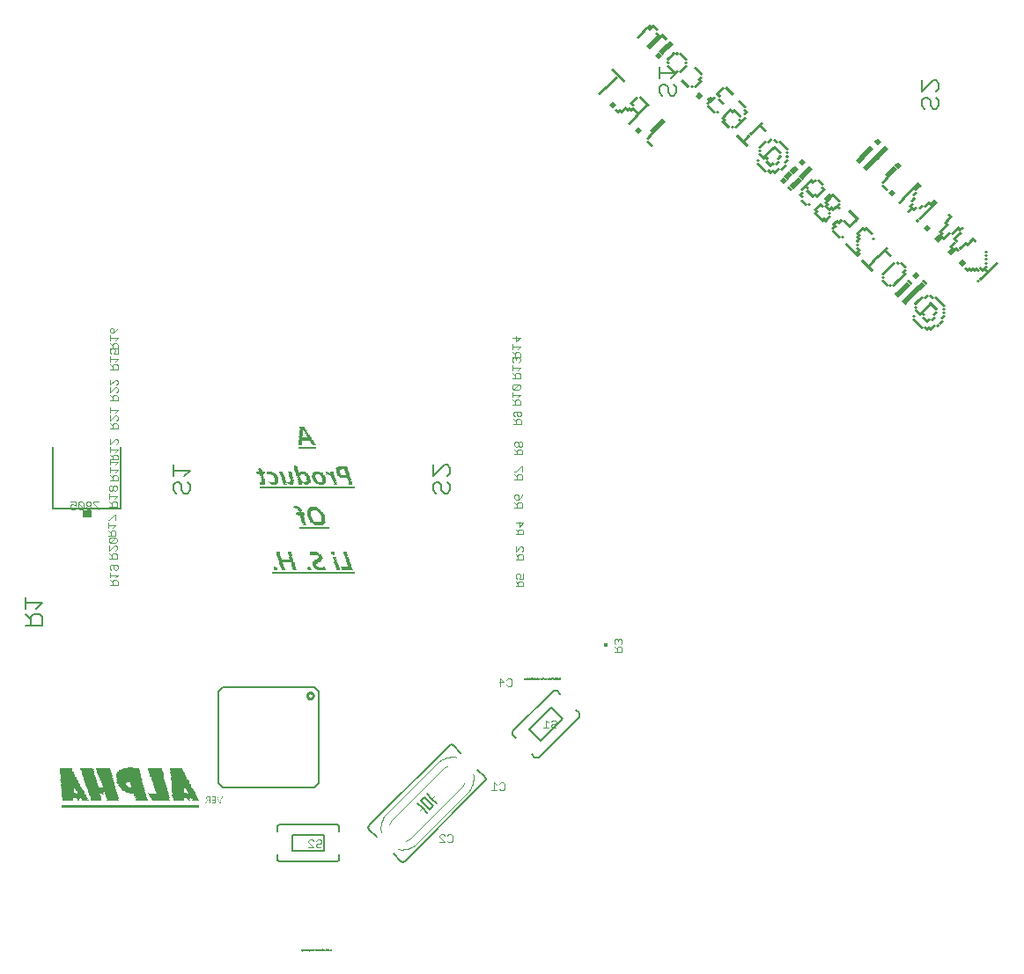
<source format=gbo>
G75*
%MOIN*%
%OFA0B0*%
%FSLAX24Y24*%
%IPPOS*%
%LPD*%
%AMOC8*
5,1,8,0,0,1.08239X$1,22.5*
%
%ADD10C,0.0060*%
%ADD11C,0.0030*%
%ADD12R,0.0295X0.0098*%
%ADD13R,0.0197X0.0098*%
%ADD14R,0.0098X0.0098*%
%ADD15R,0.0394X0.0098*%
%ADD16R,0.0492X0.0098*%
%ADD17R,0.0689X0.0098*%
%ADD18R,0.0591X0.0098*%
%ADD19C,0.0080*%
%ADD20C,0.0100*%
%ADD21R,0.0340X0.0300*%
%ADD22R,0.0118X0.0118*%
%ADD23C,0.0020*%
%ADD24C,0.0050*%
%ADD25R,0.3125X0.0025*%
%ADD26R,0.0369X0.0025*%
%ADD27R,0.0123X0.0025*%
%ADD28R,0.0246X0.0025*%
%ADD29R,0.0074X0.0025*%
%ADD30R,0.0123X0.0025*%
%ADD31R,0.0394X0.0025*%
%ADD32R,0.0098X0.0025*%
%ADD33R,0.0344X0.0025*%
%ADD34R,0.0369X0.0025*%
%ADD35R,0.0148X0.0025*%
%ADD36R,0.0172X0.0025*%
%ADD37R,0.0049X0.0025*%
%ADD38R,0.0221X0.0025*%
%ADD39R,0.0271X0.0025*%
%ADD40R,0.0566X0.0025*%
%ADD41R,0.0271X0.0025*%
%ADD42R,0.0541X0.0025*%
%ADD43R,0.0221X0.0025*%
%ADD44R,0.0566X0.0025*%
%ADD45R,0.0197X0.0025*%
%ADD46R,0.0320X0.0025*%
%ADD47R,0.1107X0.0025*%
%ADD48R,0.0320X0.0025*%
%ADD49R,0.0443X0.0025*%
%ADD50R,0.0517X0.0025*%
%ADD51R,0.0172X0.0025*%
%ADD52R,0.0295X0.0025*%
%ADD53R,0.0418X0.0025*%
%ADD54R,0.3617X0.0025*%
%ADD55R,0.0418X0.0025*%
%ADD56R,0.0025X0.0025*%
%ADD57R,0.0689X0.0025*%
%ADD58R,0.0517X0.0025*%
%ADD59R,0.0492X0.0025*%
%ADD60R,0.0468X0.0025*%
%ADD61C,0.0000*%
%ADD62R,0.5167X0.0025*%
%ADD63R,0.0025X0.0025*%
%ADD64R,0.0714X0.0025*%
%ADD65R,0.0935X0.0025*%
%ADD66R,0.0714X0.0025*%
%ADD67R,0.0910X0.0025*%
%ADD68R,0.0738X0.0025*%
%ADD69R,0.0886X0.0025*%
%ADD70R,0.0615X0.0025*%
%ADD71R,0.0467X0.0025*%
%ADD72R,0.0591X0.0025*%
%ADD73R,0.0763X0.0025*%
%ADD74R,0.1058X0.0025*%
%ADD75R,0.0787X0.0025*%
%ADD76R,0.1083X0.0025*%
%ADD77R,0.0837X0.0025*%
%ADD78R,0.1058X0.0025*%
%ADD79R,0.0861X0.0025*%
%ADD80R,0.0664X0.0025*%
%ADD81R,0.0640X0.0025*%
%ADD82R,0.0960X0.0025*%
%ADD83R,0.0984X0.0025*%
%ADD84R,0.0960X0.0025*%
%ADD85R,0.0812X0.0025*%
%ADD86R,0.0664X0.0025*%
D10*
X003086Y012686D02*
X003726Y012686D01*
X003726Y013006D01*
X003620Y013113D01*
X003406Y013113D01*
X003299Y013006D01*
X003299Y012686D01*
X003299Y012899D02*
X003086Y013113D01*
X003086Y013330D02*
X003086Y013757D01*
X003086Y013544D02*
X003726Y013544D01*
X003513Y013330D01*
X008685Y017802D02*
X008792Y017696D01*
X008685Y017802D02*
X008685Y018016D01*
X008792Y018123D01*
X008899Y018123D01*
X009005Y018016D01*
X009005Y017802D01*
X009112Y017696D01*
X009219Y017696D01*
X009326Y017802D01*
X009326Y018016D01*
X009219Y018123D01*
X009112Y018340D02*
X009326Y018554D01*
X008685Y018554D01*
X008685Y018767D02*
X008685Y018340D01*
X018528Y018340D02*
X018955Y018767D01*
X019061Y018767D01*
X019168Y018660D01*
X019168Y018447D01*
X019061Y018340D01*
X019061Y018123D02*
X019168Y018016D01*
X019168Y017802D01*
X019061Y017696D01*
X018955Y017696D01*
X018848Y017802D01*
X018848Y018016D01*
X018741Y018123D01*
X018634Y018123D01*
X018528Y018016D01*
X018528Y017802D01*
X018634Y017696D01*
X018528Y018340D02*
X018528Y018767D01*
X019149Y008143D02*
X016108Y005102D01*
X016108Y005103D02*
X016097Y005089D01*
X016088Y005074D01*
X016082Y005058D01*
X016079Y005041D01*
X016079Y005023D01*
X016082Y005006D01*
X016088Y004990D01*
X016097Y004975D01*
X016108Y004961D01*
X016391Y004678D01*
X017027Y004042D02*
X017310Y003759D01*
X017310Y003758D02*
X017324Y003747D01*
X017339Y003738D01*
X017355Y003732D01*
X017372Y003729D01*
X017390Y003729D01*
X017407Y003732D01*
X017423Y003738D01*
X017438Y003747D01*
X017452Y003758D01*
X017451Y003759D02*
X020492Y006799D01*
X020503Y006813D01*
X020512Y006828D01*
X020518Y006844D01*
X020521Y006861D01*
X020521Y006879D01*
X020518Y006896D01*
X020512Y006912D01*
X020503Y006927D01*
X020492Y006941D01*
X020209Y007224D01*
X019573Y007860D02*
X019290Y008143D01*
X019276Y008154D01*
X019261Y008163D01*
X019245Y008169D01*
X019228Y008172D01*
X019210Y008172D01*
X019193Y008169D01*
X019177Y008163D01*
X019162Y008154D01*
X019148Y008143D01*
X018300Y006304D02*
X018477Y006128D01*
X018654Y005951D01*
X018547Y005845D02*
X018194Y006198D01*
X018053Y006057D01*
X018406Y005703D01*
X018547Y005845D01*
X018300Y005597D02*
X018123Y005774D01*
X017946Y005951D01*
X037138Y032263D02*
X037032Y032369D01*
X037032Y032583D01*
X037138Y032690D01*
X037245Y032690D01*
X037352Y032583D01*
X037352Y032369D01*
X037459Y032263D01*
X037565Y032263D01*
X037672Y032369D01*
X037672Y032583D01*
X037565Y032690D01*
X037565Y032907D02*
X037672Y033014D01*
X037672Y033227D01*
X037565Y033334D01*
X037459Y033334D01*
X037032Y032907D01*
X037032Y033334D01*
X027742Y033085D02*
X027742Y032871D01*
X027635Y032764D01*
X027529Y032764D01*
X027422Y032871D01*
X027422Y033085D01*
X027315Y033191D01*
X027208Y033191D01*
X027102Y033085D01*
X027102Y032871D01*
X027208Y032764D01*
X027635Y033191D02*
X027742Y033085D01*
X027529Y033409D02*
X027742Y033622D01*
X027102Y033622D01*
X027102Y033409D02*
X027102Y033836D01*
D11*
X021676Y023632D02*
X021676Y023439D01*
X021821Y023584D01*
X021530Y023584D01*
X021530Y023338D02*
X021530Y023144D01*
X021530Y023241D02*
X021821Y023241D01*
X021724Y023144D01*
X021772Y023043D02*
X021676Y023043D01*
X021627Y022995D01*
X021627Y022850D01*
X021627Y022845D02*
X021579Y022845D01*
X021530Y022797D01*
X021530Y022700D01*
X021579Y022651D01*
X021530Y022550D02*
X021530Y022357D01*
X021530Y022454D02*
X021821Y022454D01*
X021724Y022357D01*
X021772Y022256D02*
X021676Y022256D01*
X021627Y022207D01*
X021627Y022062D01*
X021530Y022062D02*
X021821Y022062D01*
X021821Y022207D01*
X021772Y022256D01*
X021627Y022159D02*
X021530Y022256D01*
X021579Y021821D02*
X021530Y021773D01*
X021530Y021676D01*
X021579Y021628D01*
X021772Y021821D01*
X021579Y021821D01*
X021579Y021628D02*
X021772Y021628D01*
X021821Y021676D01*
X021821Y021773D01*
X021772Y021821D01*
X021530Y021527D02*
X021530Y021333D01*
X021530Y021430D02*
X021821Y021430D01*
X021724Y021333D01*
X021772Y021232D02*
X021676Y021232D01*
X021627Y021184D01*
X021627Y021039D01*
X021627Y021135D02*
X021530Y021232D01*
X021530Y021039D02*
X021821Y021039D01*
X021821Y021184D01*
X021772Y021232D01*
X021812Y020798D02*
X021618Y020798D01*
X021570Y020749D01*
X021570Y020653D01*
X021618Y020604D01*
X021715Y020653D02*
X021715Y020798D01*
X021812Y020798D02*
X021860Y020749D01*
X021860Y020653D01*
X021812Y020604D01*
X021763Y020604D01*
X021715Y020653D01*
X021715Y020503D02*
X021667Y020455D01*
X021667Y020310D01*
X021667Y020406D02*
X021570Y020503D01*
X021715Y020503D02*
X021812Y020503D01*
X021860Y020455D01*
X021860Y020310D01*
X021570Y020310D01*
X021658Y019656D02*
X021609Y019608D01*
X021609Y019511D01*
X021658Y019462D01*
X021706Y019462D01*
X021754Y019511D01*
X021754Y019608D01*
X021706Y019656D01*
X021658Y019656D01*
X021754Y019608D02*
X021803Y019656D01*
X021851Y019656D01*
X021899Y019608D01*
X021899Y019511D01*
X021851Y019462D01*
X021803Y019462D01*
X021754Y019511D01*
X021754Y019361D02*
X021706Y019313D01*
X021706Y019168D01*
X021706Y019265D02*
X021609Y019361D01*
X021754Y019361D02*
X021851Y019361D01*
X021899Y019313D01*
X021899Y019168D01*
X021609Y019168D01*
X021851Y018711D02*
X021658Y018518D01*
X021609Y018518D01*
X021609Y018416D02*
X021706Y018320D01*
X021706Y018368D02*
X021706Y018223D01*
X021609Y018223D02*
X021899Y018223D01*
X021899Y018368D01*
X021851Y018416D01*
X021754Y018416D01*
X021706Y018368D01*
X021899Y018518D02*
X021899Y018711D01*
X021851Y018711D01*
X021899Y017648D02*
X021851Y017551D01*
X021754Y017455D01*
X021754Y017600D01*
X021706Y017648D01*
X021658Y017648D01*
X021609Y017600D01*
X021609Y017503D01*
X021658Y017455D01*
X021754Y017455D01*
X021754Y017353D02*
X021706Y017305D01*
X021706Y017160D01*
X021706Y017257D02*
X021609Y017353D01*
X021754Y017353D02*
X021851Y017353D01*
X021899Y017305D01*
X021899Y017160D01*
X021609Y017160D01*
X021794Y016624D02*
X021794Y016431D01*
X021939Y016576D01*
X021649Y016576D01*
X021649Y016330D02*
X021745Y016233D01*
X021745Y016281D02*
X021745Y016136D01*
X021649Y016136D02*
X021939Y016136D01*
X021939Y016281D01*
X021890Y016330D01*
X021794Y016330D01*
X021745Y016281D01*
X021649Y015680D02*
X021649Y015486D01*
X021842Y015680D01*
X021890Y015680D01*
X021939Y015631D01*
X021939Y015534D01*
X021890Y015486D01*
X021890Y015385D02*
X021794Y015385D01*
X021745Y015337D01*
X021745Y015191D01*
X021649Y015191D02*
X021939Y015191D01*
X021939Y015337D01*
X021890Y015385D01*
X021745Y015288D02*
X021649Y015385D01*
X021697Y014656D02*
X021649Y014608D01*
X021649Y014511D01*
X021697Y014462D01*
X021794Y014462D02*
X021842Y014559D01*
X021842Y014608D01*
X021794Y014656D01*
X021697Y014656D01*
X021794Y014462D02*
X021939Y014462D01*
X021939Y014656D01*
X021890Y014361D02*
X021794Y014361D01*
X021745Y014313D01*
X021745Y014168D01*
X021649Y014168D02*
X021939Y014168D01*
X021939Y014313D01*
X021890Y014361D01*
X021745Y014265D02*
X021649Y014361D01*
X021457Y010677D02*
X021360Y010677D01*
X021312Y010629D01*
X021211Y010532D02*
X021017Y010532D01*
X021066Y010387D02*
X021066Y010677D01*
X021211Y010532D01*
X021312Y010435D02*
X021360Y010387D01*
X021457Y010387D01*
X021505Y010435D01*
X021505Y010629D01*
X021457Y010677D01*
X022806Y009097D02*
X022806Y008807D01*
X022902Y008807D02*
X022709Y008807D01*
X022902Y009001D02*
X022806Y009097D01*
X023004Y009049D02*
X023052Y009097D01*
X023149Y009097D01*
X023197Y009049D01*
X023197Y009001D01*
X023149Y008952D01*
X023052Y008952D01*
X023004Y008904D01*
X023004Y008856D01*
X023052Y008807D01*
X023149Y008807D01*
X023197Y008856D01*
X021180Y006735D02*
X021229Y006687D01*
X021229Y006493D01*
X021180Y006445D01*
X021084Y006445D01*
X021035Y006493D01*
X020934Y006445D02*
X020740Y006445D01*
X020837Y006445D02*
X020837Y006735D01*
X020934Y006638D01*
X021035Y006687D02*
X021084Y006735D01*
X021180Y006735D01*
X019212Y004767D02*
X019260Y004718D01*
X019260Y004525D01*
X019212Y004476D01*
X019115Y004476D01*
X019067Y004525D01*
X018965Y004476D02*
X018772Y004670D01*
X018772Y004718D01*
X018820Y004767D01*
X018917Y004767D01*
X018965Y004718D01*
X019067Y004718D02*
X019115Y004767D01*
X019212Y004767D01*
X018965Y004476D02*
X018772Y004476D01*
X014300Y004473D02*
X014251Y004425D01*
X014154Y004425D01*
X014106Y004376D01*
X014106Y004328D01*
X014154Y004280D01*
X014251Y004280D01*
X014300Y004328D01*
X014300Y004473D02*
X014300Y004522D01*
X014251Y004570D01*
X014154Y004570D01*
X014106Y004522D01*
X014005Y004522D02*
X013956Y004570D01*
X013860Y004570D01*
X013811Y004522D01*
X013811Y004473D01*
X014005Y004280D01*
X013811Y004280D01*
X006589Y014206D02*
X006299Y014206D01*
X006396Y014206D02*
X006396Y014351D01*
X006444Y014399D01*
X006541Y014399D01*
X006589Y014351D01*
X006589Y014206D01*
X006396Y014303D02*
X006299Y014399D01*
X006299Y014501D02*
X006299Y014694D01*
X006299Y014597D02*
X006589Y014597D01*
X006493Y014501D01*
X006493Y014795D02*
X006444Y014844D01*
X006444Y014989D01*
X006348Y014989D02*
X006541Y014989D01*
X006589Y014940D01*
X006589Y014844D01*
X006541Y014795D01*
X006493Y014795D01*
X006348Y014795D02*
X006299Y014844D01*
X006299Y014940D01*
X006348Y014989D01*
X006357Y015230D02*
X006357Y015375D01*
X006405Y015423D01*
X006502Y015423D01*
X006550Y015375D01*
X006550Y015230D01*
X006260Y015230D01*
X006357Y015326D02*
X006260Y015423D01*
X006260Y015524D02*
X006453Y015718D01*
X006502Y015718D01*
X006550Y015669D01*
X006550Y015573D01*
X006502Y015524D01*
X006260Y015524D02*
X006260Y015718D01*
X006308Y015819D02*
X006502Y016012D01*
X006308Y016012D01*
X006260Y015964D01*
X006260Y015867D01*
X006308Y015819D01*
X006502Y015819D01*
X006550Y015867D01*
X006550Y015964D01*
X006502Y016012D01*
X006511Y016096D02*
X006511Y016241D01*
X006462Y016289D01*
X006366Y016289D01*
X006317Y016241D01*
X006317Y016096D01*
X006317Y016192D02*
X006221Y016289D01*
X006221Y016390D02*
X006221Y016584D01*
X006221Y016487D02*
X006511Y016487D01*
X006414Y016390D01*
X006511Y016096D02*
X006221Y016096D01*
X006221Y016685D02*
X006269Y016685D01*
X006462Y016879D01*
X006511Y016879D01*
X006511Y016685D01*
X006550Y017198D02*
X006260Y017198D01*
X006357Y017198D02*
X006357Y017343D01*
X006405Y017392D01*
X006502Y017392D01*
X006550Y017343D01*
X006550Y017198D01*
X006357Y017295D02*
X006260Y017392D01*
X006260Y017493D02*
X006260Y017686D01*
X006260Y017589D02*
X006550Y017589D01*
X006453Y017493D01*
X006453Y017787D02*
X006502Y017787D01*
X006550Y017836D01*
X006550Y017932D01*
X006502Y017981D01*
X006453Y017981D01*
X006405Y017932D01*
X006405Y017836D01*
X006453Y017787D01*
X006405Y017836D02*
X006357Y017787D01*
X006308Y017787D01*
X006260Y017836D01*
X006260Y017932D01*
X006308Y017981D01*
X006357Y017981D01*
X006405Y017932D01*
X006396Y018182D02*
X006396Y018327D01*
X006444Y018376D01*
X006541Y018376D01*
X006589Y018327D01*
X006589Y018182D01*
X006299Y018182D01*
X006396Y018279D02*
X006299Y018376D01*
X006299Y018477D02*
X006299Y018670D01*
X006299Y018574D02*
X006589Y018574D01*
X006493Y018477D01*
X006493Y018772D02*
X006589Y018868D01*
X006299Y018868D01*
X006299Y018772D02*
X006299Y018965D01*
X006299Y018970D02*
X006589Y018970D01*
X006589Y019115D01*
X006541Y019163D01*
X006444Y019163D01*
X006396Y019115D01*
X006396Y018970D01*
X006396Y019066D02*
X006299Y019163D01*
X006299Y019264D02*
X006299Y019458D01*
X006299Y019361D02*
X006589Y019361D01*
X006493Y019264D01*
X006541Y019559D02*
X006589Y019607D01*
X006589Y019704D01*
X006541Y019753D01*
X006493Y019753D01*
X006299Y019559D01*
X006299Y019753D01*
X006299Y020151D02*
X006589Y020151D01*
X006589Y020296D01*
X006541Y020344D01*
X006444Y020344D01*
X006396Y020296D01*
X006396Y020151D01*
X006396Y020248D02*
X006299Y020344D01*
X006299Y020445D02*
X006493Y020639D01*
X006541Y020639D01*
X006589Y020591D01*
X006589Y020494D01*
X006541Y020445D01*
X006299Y020445D02*
X006299Y020639D01*
X006299Y020740D02*
X006299Y020934D01*
X006299Y020837D02*
X006589Y020837D01*
X006493Y020740D01*
X006589Y021214D02*
X006299Y021214D01*
X006396Y021214D02*
X006396Y021359D01*
X006444Y021407D01*
X006541Y021407D01*
X006589Y021359D01*
X006589Y021214D01*
X006396Y021311D02*
X006299Y021407D01*
X006299Y021508D02*
X006493Y021702D01*
X006541Y021702D01*
X006589Y021654D01*
X006589Y021557D01*
X006541Y021508D01*
X006299Y021508D02*
X006299Y021702D01*
X006299Y021803D02*
X006493Y021997D01*
X006541Y021997D01*
X006589Y021948D01*
X006589Y021851D01*
X006541Y021803D01*
X006299Y021803D02*
X006299Y021997D01*
X006299Y022395D02*
X006589Y022395D01*
X006589Y022540D01*
X006541Y022588D01*
X006444Y022588D01*
X006396Y022540D01*
X006396Y022395D01*
X006396Y022492D02*
X006299Y022588D01*
X006299Y022690D02*
X006299Y022883D01*
X006299Y022786D02*
X006589Y022786D01*
X006493Y022690D01*
X006444Y022984D02*
X006493Y023081D01*
X006493Y023129D01*
X006444Y023178D01*
X006348Y023178D01*
X006299Y023129D01*
X006299Y023033D01*
X006348Y022984D01*
X006444Y022984D02*
X006589Y022984D01*
X006589Y023178D01*
X006589Y023182D02*
X006589Y023327D01*
X006541Y023376D01*
X006444Y023376D01*
X006396Y023327D01*
X006396Y023182D01*
X006299Y023182D02*
X006589Y023182D01*
X006396Y023279D02*
X006299Y023376D01*
X006299Y023477D02*
X006299Y023670D01*
X006299Y023574D02*
X006589Y023574D01*
X006493Y023477D01*
X006444Y023772D02*
X006444Y023917D01*
X006396Y023965D01*
X006348Y023965D01*
X006299Y023917D01*
X006299Y023820D01*
X006348Y023772D01*
X006444Y023772D01*
X006541Y023868D01*
X006589Y023965D01*
X005876Y017370D02*
X005682Y017370D01*
X005682Y017322D01*
X005876Y017128D01*
X005876Y017080D01*
X005581Y017128D02*
X005581Y017177D01*
X005533Y017225D01*
X005436Y017225D01*
X005387Y017177D01*
X005387Y017128D01*
X005436Y017080D01*
X005533Y017080D01*
X005581Y017128D01*
X005533Y017225D02*
X005581Y017273D01*
X005581Y017322D01*
X005533Y017370D01*
X005436Y017370D01*
X005387Y017322D01*
X005387Y017273D01*
X005436Y017225D01*
X005286Y017128D02*
X005286Y017322D01*
X005238Y017370D01*
X005141Y017370D01*
X005093Y017322D01*
X005286Y017128D01*
X005238Y017080D01*
X005141Y017080D01*
X005093Y017128D01*
X005093Y017322D01*
X004992Y017370D02*
X004992Y017225D01*
X004895Y017273D01*
X004846Y017273D01*
X004798Y017225D01*
X004798Y017128D01*
X004846Y017080D01*
X004943Y017080D01*
X004992Y017128D01*
X004992Y017370D02*
X004798Y017370D01*
X021530Y022850D02*
X021821Y022850D01*
X021821Y022995D01*
X021772Y023043D01*
X021627Y022946D02*
X021530Y023043D01*
X021627Y022845D02*
X021676Y022797D01*
X021676Y022748D01*
X021676Y022797D02*
X021724Y022845D01*
X021772Y022845D01*
X021821Y022797D01*
X021821Y022700D01*
X021772Y022651D01*
X025437Y012176D02*
X025389Y012127D01*
X025389Y012031D01*
X025437Y011982D01*
X025389Y011881D02*
X025485Y011784D01*
X025485Y011833D02*
X025485Y011688D01*
X025389Y011688D02*
X025679Y011688D01*
X025679Y011833D01*
X025631Y011881D01*
X025534Y011881D01*
X025485Y011833D01*
X025631Y011982D02*
X025679Y012031D01*
X025679Y012127D01*
X025631Y012176D01*
X025582Y012176D01*
X025534Y012127D01*
X025485Y012176D01*
X025437Y012176D01*
X025534Y012127D02*
X025534Y012079D01*
D12*
G36*
X037092Y024409D02*
X037299Y024202D01*
X037230Y024133D01*
X037023Y024340D01*
X037092Y024409D01*
G37*
G36*
X036813Y024688D02*
X037020Y024481D01*
X036951Y024412D01*
X036744Y024619D01*
X036813Y024688D01*
G37*
G36*
X035561Y025801D02*
X035768Y025594D01*
X035699Y025525D01*
X035492Y025732D01*
X035561Y025801D01*
G37*
G36*
X036257Y026497D02*
X036464Y026290D01*
X036395Y026221D01*
X036188Y026428D01*
X036257Y026497D01*
G37*
G36*
X037718Y027541D02*
X037925Y027334D01*
X037856Y027265D01*
X037649Y027472D01*
X037718Y027541D01*
G37*
G36*
X038136Y027124D02*
X038343Y026917D01*
X038274Y026848D01*
X038067Y027055D01*
X038136Y027124D01*
G37*
G36*
X039389Y026288D02*
X039596Y026081D01*
X039527Y026012D01*
X039320Y026219D01*
X039389Y026288D01*
G37*
G36*
X037301Y028794D02*
X037508Y028587D01*
X037439Y028518D01*
X037232Y028725D01*
X037301Y028794D01*
G37*
G36*
X036605Y028655D02*
X036812Y028448D01*
X036743Y028379D01*
X036536Y028586D01*
X036605Y028655D01*
G37*
G36*
X035561Y029420D02*
X035768Y029213D01*
X035699Y029144D01*
X035492Y029351D01*
X035561Y029420D01*
G37*
G36*
X033403Y028655D02*
X033610Y028448D01*
X033541Y028379D01*
X033334Y028586D01*
X033403Y028655D01*
G37*
G36*
X032498Y028863D02*
X032705Y028656D01*
X032636Y028587D01*
X032429Y028794D01*
X032498Y028863D01*
G37*
G36*
X033125Y029629D02*
X033332Y029422D01*
X033263Y029353D01*
X033056Y029560D01*
X033125Y029629D01*
G37*
G36*
X031176Y030325D02*
X031383Y030118D01*
X031314Y030049D01*
X031107Y030256D01*
X031176Y030325D01*
G37*
G36*
X030898Y030603D02*
X031105Y030396D01*
X031036Y030327D01*
X030829Y030534D01*
X030898Y030603D01*
G37*
G36*
X029367Y032691D02*
X029574Y032484D01*
X029505Y032415D01*
X029298Y032622D01*
X029367Y032691D01*
G37*
G36*
X027209Y035127D02*
X027416Y034920D01*
X027347Y034851D01*
X027140Y035058D01*
X027209Y035127D01*
G37*
G36*
X027000Y035197D02*
X027207Y034990D01*
X027138Y034921D01*
X026931Y035128D01*
X027000Y035197D01*
G37*
G36*
X026861Y035475D02*
X027068Y035268D01*
X026999Y035199D01*
X026792Y035406D01*
X026861Y035475D01*
G37*
G36*
X026652Y031091D02*
X026859Y030884D01*
X026790Y030815D01*
X026583Y031022D01*
X026652Y031091D01*
G37*
D13*
G36*
X026792Y031508D02*
X026929Y031371D01*
X026860Y031302D01*
X026723Y031439D01*
X026792Y031508D01*
G37*
G36*
X026861Y031578D02*
X026998Y031441D01*
X026929Y031372D01*
X026792Y031509D01*
X026861Y031578D01*
G37*
G36*
X026931Y031647D02*
X027068Y031510D01*
X026999Y031441D01*
X026862Y031578D01*
X026931Y031647D01*
G37*
G36*
X027000Y031717D02*
X027137Y031580D01*
X027068Y031511D01*
X026931Y031648D01*
X027000Y031717D01*
G37*
G36*
X027070Y031786D02*
X027207Y031649D01*
X027138Y031580D01*
X027001Y031717D01*
X027070Y031786D01*
G37*
G36*
X027140Y031856D02*
X027277Y031719D01*
X027208Y031650D01*
X027071Y031787D01*
X027140Y031856D01*
G37*
G36*
X027209Y031926D02*
X027346Y031789D01*
X027277Y031720D01*
X027140Y031857D01*
X027209Y031926D01*
G37*
G36*
X026304Y031578D02*
X026441Y031441D01*
X026372Y031372D01*
X026235Y031509D01*
X026304Y031578D01*
G37*
G36*
X026235Y031508D02*
X026372Y031371D01*
X026303Y031302D01*
X026166Y031439D01*
X026235Y031508D01*
G37*
G36*
X025956Y032343D02*
X026093Y032206D01*
X026024Y032137D01*
X025887Y032274D01*
X025956Y032343D01*
G37*
G36*
X025817Y032343D02*
X025954Y032206D01*
X025885Y032137D01*
X025748Y032274D01*
X025817Y032343D01*
G37*
G36*
X025609Y032274D02*
X025746Y032137D01*
X025677Y032068D01*
X025540Y032205D01*
X025609Y032274D01*
G37*
G36*
X025469Y032274D02*
X025606Y032137D01*
X025537Y032068D01*
X025400Y032205D01*
X025469Y032274D01*
G37*
G36*
X025261Y032482D02*
X025398Y032345D01*
X025329Y032276D01*
X025192Y032413D01*
X025261Y032482D01*
G37*
G36*
X025330Y032552D02*
X025467Y032415D01*
X025398Y032346D01*
X025261Y032483D01*
X025330Y032552D01*
G37*
G36*
X026026Y032552D02*
X026163Y032415D01*
X026094Y032346D01*
X025957Y032483D01*
X026026Y032552D01*
G37*
G36*
X027000Y034361D02*
X027137Y034224D01*
X027068Y034155D01*
X026931Y034292D01*
X027000Y034361D01*
G37*
G36*
X027070Y034431D02*
X027207Y034294D01*
X027138Y034225D01*
X027001Y034362D01*
X027070Y034431D01*
G37*
G36*
X027140Y034501D02*
X027277Y034364D01*
X027208Y034295D01*
X027071Y034432D01*
X027140Y034501D01*
G37*
G36*
X027209Y034570D02*
X027346Y034433D01*
X027277Y034364D01*
X027140Y034501D01*
X027209Y034570D01*
G37*
G36*
X027279Y034640D02*
X027416Y034503D01*
X027347Y034434D01*
X027210Y034571D01*
X027279Y034640D01*
G37*
G36*
X027348Y034709D02*
X027485Y034572D01*
X027416Y034503D01*
X027279Y034640D01*
X027348Y034709D01*
G37*
G36*
X027418Y034779D02*
X027555Y034642D01*
X027486Y034573D01*
X027349Y034710D01*
X027418Y034779D01*
G37*
G36*
X027488Y034849D02*
X027625Y034712D01*
X027556Y034643D01*
X027419Y034780D01*
X027488Y034849D01*
G37*
G36*
X027000Y035057D02*
X027137Y034920D01*
X027068Y034851D01*
X026931Y034988D01*
X027000Y035057D01*
G37*
G36*
X026931Y034988D02*
X027068Y034851D01*
X026999Y034782D01*
X026862Y034919D01*
X026931Y034988D01*
G37*
G36*
X026861Y034918D02*
X026998Y034781D01*
X026929Y034712D01*
X026792Y034849D01*
X026861Y034918D01*
G37*
G36*
X026792Y034849D02*
X026929Y034712D01*
X026860Y034643D01*
X026723Y034780D01*
X026792Y034849D01*
G37*
G36*
X026722Y034779D02*
X026859Y034642D01*
X026790Y034573D01*
X026653Y034710D01*
X026722Y034779D01*
G37*
G36*
X026652Y034709D02*
X026789Y034572D01*
X026720Y034503D01*
X026583Y034640D01*
X026652Y034709D01*
G37*
G36*
X026652Y035405D02*
X026789Y035268D01*
X026720Y035199D01*
X026583Y035336D01*
X026652Y035405D01*
G37*
G36*
X026722Y035475D02*
X026859Y035338D01*
X026790Y035269D01*
X026653Y035406D01*
X026722Y035475D01*
G37*
G36*
X028601Y033457D02*
X028738Y033320D01*
X028669Y033251D01*
X028532Y033388D01*
X028601Y033457D01*
G37*
G36*
X028601Y032900D02*
X028738Y032763D01*
X028669Y032694D01*
X028532Y032831D01*
X028601Y032900D01*
G37*
G36*
X028532Y032830D02*
X028669Y032693D01*
X028600Y032624D01*
X028463Y032761D01*
X028532Y032830D01*
G37*
G36*
X028949Y032691D02*
X029086Y032554D01*
X029017Y032485D01*
X028880Y032622D01*
X028949Y032691D01*
G37*
G36*
X029019Y032761D02*
X029156Y032624D01*
X029087Y032555D01*
X028950Y032692D01*
X029019Y032761D01*
G37*
G36*
X029297Y032900D02*
X029434Y032763D01*
X029365Y032694D01*
X029228Y032831D01*
X029297Y032900D01*
G37*
G36*
X029784Y032274D02*
X029921Y032137D01*
X029852Y032068D01*
X029715Y032205D01*
X029784Y032274D01*
G37*
G36*
X029506Y031995D02*
X029643Y031858D01*
X029574Y031789D01*
X029437Y031926D01*
X029506Y031995D01*
G37*
G36*
X030132Y031926D02*
X030269Y031789D01*
X030200Y031720D01*
X030063Y031857D01*
X030132Y031926D01*
G37*
G36*
X030341Y032274D02*
X030478Y032137D01*
X030409Y032068D01*
X030272Y032205D01*
X030341Y032274D01*
G37*
G36*
X031455Y031160D02*
X031592Y031023D01*
X031523Y030954D01*
X031386Y031091D01*
X031455Y031160D01*
G37*
G36*
X031107Y030534D02*
X031244Y030397D01*
X031175Y030328D01*
X031038Y030465D01*
X031107Y030534D01*
G37*
G36*
X031246Y029977D02*
X031383Y029840D01*
X031314Y029771D01*
X031177Y029908D01*
X031246Y029977D01*
G37*
G36*
X031385Y029977D02*
X031522Y029840D01*
X031453Y029771D01*
X031316Y029908D01*
X031385Y029977D01*
G37*
G36*
X031733Y029629D02*
X031870Y029492D01*
X031801Y029423D01*
X031664Y029560D01*
X031733Y029629D01*
G37*
G36*
X031803Y029698D02*
X031940Y029561D01*
X031871Y029492D01*
X031734Y029629D01*
X031803Y029698D01*
G37*
G36*
X031872Y029768D02*
X032009Y029631D01*
X031940Y029562D01*
X031803Y029699D01*
X031872Y029768D01*
G37*
G36*
X031942Y029838D02*
X032079Y029701D01*
X032010Y029632D01*
X031873Y029769D01*
X031942Y029838D01*
G37*
G36*
X032011Y029907D02*
X032148Y029770D01*
X032079Y029701D01*
X031942Y029838D01*
X032011Y029907D01*
G37*
G36*
X032081Y029977D02*
X032218Y029840D01*
X032149Y029771D01*
X032012Y029908D01*
X032081Y029977D01*
G37*
G36*
X032151Y030046D02*
X032288Y029909D01*
X032219Y029840D01*
X032082Y029977D01*
X032151Y030046D01*
G37*
G36*
X032220Y030116D02*
X032357Y029979D01*
X032288Y029910D01*
X032151Y030047D01*
X032220Y030116D01*
G37*
G36*
X032429Y030325D02*
X032566Y030188D01*
X032497Y030119D01*
X032360Y030256D01*
X032429Y030325D01*
G37*
G36*
X032499Y030394D02*
X032636Y030257D01*
X032567Y030188D01*
X032430Y030325D01*
X032499Y030394D01*
G37*
G36*
X032777Y030116D02*
X032914Y029979D01*
X032845Y029910D01*
X032708Y030047D01*
X032777Y030116D01*
G37*
G36*
X032707Y030046D02*
X032844Y029909D01*
X032775Y029840D01*
X032638Y029977D01*
X032707Y030046D01*
G37*
G36*
X032638Y029977D02*
X032775Y029840D01*
X032706Y029771D01*
X032569Y029908D01*
X032638Y029977D01*
G37*
G36*
X032568Y029907D02*
X032705Y029770D01*
X032636Y029701D01*
X032499Y029838D01*
X032568Y029907D01*
G37*
G36*
X032499Y029838D02*
X032636Y029701D01*
X032567Y029632D01*
X032430Y029769D01*
X032499Y029838D01*
G37*
G36*
X032429Y029768D02*
X032566Y029631D01*
X032497Y029562D01*
X032360Y029699D01*
X032429Y029768D01*
G37*
G36*
X032359Y029698D02*
X032496Y029561D01*
X032427Y029492D01*
X032290Y029629D01*
X032359Y029698D01*
G37*
G36*
X032290Y029629D02*
X032427Y029492D01*
X032358Y029423D01*
X032221Y029560D01*
X032290Y029629D01*
G37*
G36*
X032220Y029559D02*
X032357Y029422D01*
X032288Y029353D01*
X032151Y029490D01*
X032220Y029559D01*
G37*
G36*
X032151Y029490D02*
X032288Y029353D01*
X032219Y029284D01*
X032082Y029421D01*
X032151Y029490D01*
G37*
G36*
X032081Y029420D02*
X032218Y029283D01*
X032149Y029214D01*
X032012Y029351D01*
X032081Y029420D01*
G37*
G36*
X032011Y029350D02*
X032148Y029213D01*
X032079Y029144D01*
X031942Y029281D01*
X032011Y029350D01*
G37*
G36*
X032429Y029072D02*
X032566Y028935D01*
X032497Y028866D01*
X032360Y029003D01*
X032429Y029072D01*
G37*
G36*
X032638Y029420D02*
X032775Y029283D01*
X032706Y029214D01*
X032569Y029351D01*
X032638Y029420D01*
G37*
G36*
X032847Y029629D02*
X032984Y029492D01*
X032915Y029423D01*
X032778Y029560D01*
X032847Y029629D01*
G37*
G36*
X033264Y029350D02*
X033401Y029213D01*
X033332Y029144D01*
X033195Y029281D01*
X033264Y029350D01*
G37*
G36*
X032986Y029072D02*
X033123Y028935D01*
X033054Y028866D01*
X032917Y029003D01*
X032986Y029072D01*
G37*
G36*
X033195Y028724D02*
X033332Y028587D01*
X033263Y028518D01*
X033126Y028655D01*
X033195Y028724D01*
G37*
G36*
X033403Y028794D02*
X033540Y028657D01*
X033471Y028588D01*
X033334Y028725D01*
X033403Y028794D01*
G37*
G36*
X033403Y028933D02*
X033540Y028796D01*
X033471Y028727D01*
X033334Y028864D01*
X033403Y028933D01*
G37*
G36*
X033473Y029002D02*
X033610Y028865D01*
X033541Y028796D01*
X033404Y028933D01*
X033473Y029002D01*
G37*
G36*
X033543Y029072D02*
X033680Y028935D01*
X033611Y028866D01*
X033474Y029003D01*
X033543Y029072D01*
G37*
G36*
X033612Y028585D02*
X033749Y028448D01*
X033680Y028379D01*
X033543Y028516D01*
X033612Y028585D01*
G37*
G36*
X033821Y028654D02*
X033958Y028517D01*
X033889Y028448D01*
X033752Y028585D01*
X033821Y028654D01*
G37*
G36*
X033821Y028098D02*
X033958Y027961D01*
X033889Y027892D01*
X033752Y028029D01*
X033821Y028098D01*
G37*
G36*
X033682Y027959D02*
X033819Y027822D01*
X033750Y027753D01*
X033613Y027890D01*
X033682Y027959D01*
G37*
G36*
X033334Y028167D02*
X033471Y028030D01*
X033402Y027961D01*
X033265Y028098D01*
X033334Y028167D01*
G37*
G36*
X032986Y028515D02*
X033123Y028378D01*
X033054Y028309D01*
X032917Y028446D01*
X032986Y028515D01*
G37*
G36*
X034587Y027611D02*
X034724Y027474D01*
X034655Y027405D01*
X034518Y027542D01*
X034587Y027611D01*
G37*
G36*
X034587Y027471D02*
X034724Y027334D01*
X034655Y027265D01*
X034518Y027402D01*
X034587Y027471D01*
G37*
G36*
X034795Y027819D02*
X034932Y027682D01*
X034863Y027613D01*
X034726Y027750D01*
X034795Y027819D01*
G37*
G36*
X034587Y027054D02*
X034724Y026917D01*
X034655Y026848D01*
X034518Y026985D01*
X034587Y027054D01*
G37*
G36*
X034587Y026915D02*
X034724Y026778D01*
X034655Y026709D01*
X034518Y026846D01*
X034587Y026915D01*
G37*
G36*
X036187Y025453D02*
X036324Y025316D01*
X036255Y025247D01*
X036118Y025384D01*
X036187Y025453D01*
G37*
G36*
X036257Y025523D02*
X036394Y025386D01*
X036325Y025317D01*
X036188Y025454D01*
X036257Y025523D01*
G37*
G36*
X036326Y025592D02*
X036463Y025455D01*
X036394Y025386D01*
X036257Y025523D01*
X036326Y025592D01*
G37*
G36*
X036396Y025662D02*
X036533Y025525D01*
X036464Y025456D01*
X036327Y025593D01*
X036396Y025662D01*
G37*
G36*
X036466Y025731D02*
X036603Y025594D01*
X036534Y025525D01*
X036397Y025662D01*
X036466Y025731D01*
G37*
G36*
X036535Y025801D02*
X036672Y025664D01*
X036603Y025595D01*
X036466Y025732D01*
X036535Y025801D01*
G37*
G36*
X036744Y026010D02*
X036881Y025873D01*
X036812Y025804D01*
X036675Y025941D01*
X036744Y026010D01*
G37*
G36*
X036814Y026079D02*
X036951Y025942D01*
X036882Y025873D01*
X036745Y026010D01*
X036814Y026079D01*
G37*
G36*
X036326Y026149D02*
X036463Y026012D01*
X036394Y025943D01*
X036257Y026080D01*
X036326Y026149D01*
G37*
G36*
X037022Y025731D02*
X037159Y025594D01*
X037090Y025525D01*
X036953Y025662D01*
X037022Y025731D01*
G37*
G36*
X037092Y025801D02*
X037229Y025664D01*
X037160Y025595D01*
X037023Y025732D01*
X037092Y025801D01*
G37*
G36*
X036953Y025662D02*
X037090Y025525D01*
X037021Y025456D01*
X036884Y025593D01*
X036953Y025662D01*
G37*
G36*
X036883Y025592D02*
X037020Y025455D01*
X036951Y025386D01*
X036814Y025523D01*
X036883Y025592D01*
G37*
G36*
X036814Y025523D02*
X036951Y025386D01*
X036882Y025317D01*
X036745Y025454D01*
X036814Y025523D01*
G37*
G36*
X036744Y025453D02*
X036881Y025316D01*
X036812Y025247D01*
X036675Y025384D01*
X036744Y025453D01*
G37*
G36*
X036674Y025383D02*
X036811Y025246D01*
X036742Y025177D01*
X036605Y025314D01*
X036674Y025383D01*
G37*
G36*
X036605Y025314D02*
X036742Y025177D01*
X036673Y025108D01*
X036536Y025245D01*
X036605Y025314D01*
G37*
G36*
X036535Y025244D02*
X036672Y025107D01*
X036603Y025038D01*
X036466Y025175D01*
X036535Y025244D01*
G37*
G36*
X036466Y025175D02*
X036603Y025038D01*
X036534Y024969D01*
X036397Y025106D01*
X036466Y025175D01*
G37*
G36*
X036396Y025105D02*
X036533Y024968D01*
X036464Y024899D01*
X036327Y025036D01*
X036396Y025105D01*
G37*
G36*
X036326Y025035D02*
X036463Y024898D01*
X036394Y024829D01*
X036257Y024966D01*
X036326Y025035D01*
G37*
G36*
X036048Y025314D02*
X036185Y025177D01*
X036116Y025108D01*
X035979Y025245D01*
X036048Y025314D01*
G37*
G36*
X036118Y025383D02*
X036255Y025246D01*
X036186Y025177D01*
X036049Y025314D01*
X036118Y025383D01*
G37*
G36*
X037022Y024618D02*
X037159Y024481D01*
X037090Y024412D01*
X036953Y024549D01*
X037022Y024618D01*
G37*
G36*
X037370Y025244D02*
X037507Y025107D01*
X037438Y025038D01*
X037301Y025175D01*
X037370Y025244D01*
G37*
G36*
X038484Y026497D02*
X038621Y026360D01*
X038552Y026291D01*
X038415Y026428D01*
X038484Y026497D01*
G37*
G36*
X038554Y026567D02*
X038691Y026430D01*
X038622Y026361D01*
X038485Y026498D01*
X038554Y026567D01*
G37*
G36*
X038693Y026288D02*
X038830Y026151D01*
X038761Y026082D01*
X038624Y026219D01*
X038693Y026288D01*
G37*
G36*
X038832Y026288D02*
X038969Y026151D01*
X038900Y026082D01*
X038763Y026219D01*
X038832Y026288D01*
G37*
G36*
X038971Y026288D02*
X039108Y026151D01*
X039039Y026082D01*
X038902Y026219D01*
X038971Y026288D01*
G37*
G36*
X039110Y026288D02*
X039247Y026151D01*
X039178Y026082D01*
X039041Y026219D01*
X039110Y026288D01*
G37*
G36*
X039250Y026288D02*
X039387Y026151D01*
X039318Y026082D01*
X039181Y026219D01*
X039250Y026288D01*
G37*
G36*
X038693Y027263D02*
X038830Y027126D01*
X038761Y027057D01*
X038624Y027194D01*
X038693Y027263D01*
G37*
G36*
X038971Y027402D02*
X039108Y027265D01*
X039039Y027196D01*
X038902Y027333D01*
X038971Y027402D01*
G37*
G36*
X038414Y027819D02*
X038551Y027682D01*
X038482Y027613D01*
X038345Y027750D01*
X038414Y027819D01*
G37*
G36*
X037927Y028028D02*
X038064Y027891D01*
X037995Y027822D01*
X037858Y027959D01*
X037927Y028028D01*
G37*
G36*
X038066Y028307D02*
X038203Y028170D01*
X038134Y028101D01*
X037997Y028238D01*
X038066Y028307D01*
G37*
G36*
X037510Y028863D02*
X037647Y028726D01*
X037578Y028657D01*
X037441Y028794D01*
X037510Y028863D01*
G37*
G36*
X037440Y028794D02*
X037577Y028657D01*
X037508Y028588D01*
X037371Y028725D01*
X037440Y028794D01*
G37*
G36*
X036814Y029420D02*
X036951Y029283D01*
X036882Y029214D01*
X036745Y029351D01*
X036814Y029420D01*
G37*
G36*
X036883Y029490D02*
X037020Y029353D01*
X036951Y029284D01*
X036814Y029421D01*
X036883Y029490D01*
G37*
G36*
X036744Y029350D02*
X036881Y029213D01*
X036812Y029144D01*
X036675Y029281D01*
X036744Y029350D01*
G37*
G36*
X035909Y029211D02*
X036046Y029074D01*
X035977Y029005D01*
X035840Y029142D01*
X035909Y029211D01*
G37*
G36*
X035839Y029142D02*
X035976Y029005D01*
X035907Y028936D01*
X035770Y029073D01*
X035839Y029142D01*
G37*
G36*
X035700Y029838D02*
X035837Y029701D01*
X035768Y029632D01*
X035631Y029769D01*
X035700Y029838D01*
G37*
G36*
X035770Y029907D02*
X035907Y029770D01*
X035838Y029701D01*
X035701Y029838D01*
X035770Y029907D01*
G37*
G36*
X035839Y029977D02*
X035976Y029840D01*
X035907Y029771D01*
X035770Y029908D01*
X035839Y029977D01*
G37*
G36*
X035909Y030046D02*
X036046Y029909D01*
X035977Y029840D01*
X035840Y029977D01*
X035909Y030046D01*
G37*
G36*
X035978Y030116D02*
X036115Y029979D01*
X036046Y029910D01*
X035909Y030047D01*
X035978Y030116D01*
G37*
G36*
X036048Y030186D02*
X036185Y030049D01*
X036116Y029980D01*
X035979Y030117D01*
X036048Y030186D01*
G37*
G36*
X036118Y030255D02*
X036255Y030118D01*
X036186Y030049D01*
X036049Y030186D01*
X036118Y030255D01*
G37*
G36*
X035561Y030812D02*
X035698Y030675D01*
X035629Y030606D01*
X035492Y030743D01*
X035561Y030812D01*
G37*
G36*
X035630Y030882D02*
X035767Y030745D01*
X035698Y030676D01*
X035561Y030813D01*
X035630Y030882D01*
G37*
G36*
X035491Y030742D02*
X035628Y030605D01*
X035559Y030536D01*
X035422Y030673D01*
X035491Y030742D01*
G37*
G36*
X035422Y030673D02*
X035559Y030536D01*
X035490Y030467D01*
X035353Y030604D01*
X035422Y030673D01*
G37*
G36*
X035352Y030603D02*
X035489Y030466D01*
X035420Y030397D01*
X035283Y030534D01*
X035352Y030603D01*
G37*
G36*
X035283Y030534D02*
X035420Y030397D01*
X035351Y030328D01*
X035214Y030465D01*
X035283Y030534D01*
G37*
G36*
X035213Y030464D02*
X035350Y030327D01*
X035281Y030258D01*
X035144Y030395D01*
X035213Y030464D01*
G37*
G36*
X035143Y030394D02*
X035280Y030257D01*
X035211Y030188D01*
X035074Y030325D01*
X035143Y030394D01*
G37*
G36*
X035074Y030325D02*
X035211Y030188D01*
X035142Y030119D01*
X035005Y030256D01*
X035074Y030325D01*
G37*
G36*
X035004Y030255D02*
X035141Y030118D01*
X035072Y030049D01*
X034935Y030186D01*
X035004Y030255D01*
G37*
G36*
X034935Y030186D02*
X035072Y030049D01*
X035003Y029980D01*
X034866Y030117D01*
X034935Y030186D01*
G37*
G36*
X034865Y030116D02*
X035002Y029979D01*
X034933Y029910D01*
X034796Y030047D01*
X034865Y030116D01*
G37*
G36*
X034587Y030394D02*
X034724Y030257D01*
X034655Y030188D01*
X034518Y030325D01*
X034587Y030394D01*
G37*
G36*
X034656Y030464D02*
X034793Y030327D01*
X034724Y030258D01*
X034587Y030395D01*
X034656Y030464D01*
G37*
G36*
X034726Y030534D02*
X034863Y030397D01*
X034794Y030328D01*
X034657Y030465D01*
X034726Y030534D01*
G37*
G36*
X034795Y030603D02*
X034932Y030466D01*
X034863Y030397D01*
X034726Y030534D01*
X034795Y030603D01*
G37*
G36*
X034865Y030673D02*
X035002Y030536D01*
X034933Y030467D01*
X034796Y030604D01*
X034865Y030673D01*
G37*
G36*
X034935Y030742D02*
X035072Y030605D01*
X035003Y030536D01*
X034866Y030673D01*
X034935Y030742D01*
G37*
G36*
X035004Y030812D02*
X035141Y030675D01*
X035072Y030606D01*
X034935Y030743D01*
X035004Y030812D01*
G37*
G36*
X035074Y030882D02*
X035211Y030745D01*
X035142Y030676D01*
X035005Y030813D01*
X035074Y030882D01*
G37*
G36*
X035283Y031090D02*
X035420Y030953D01*
X035351Y030884D01*
X035214Y031021D01*
X035283Y031090D01*
G37*
G36*
X035352Y031160D02*
X035489Y031023D01*
X035420Y030954D01*
X035283Y031091D01*
X035352Y031160D01*
G37*
G36*
X037231Y027889D02*
X037368Y027752D01*
X037299Y027683D01*
X037162Y027820D01*
X037231Y027889D01*
G37*
G36*
X037162Y027819D02*
X037299Y027682D01*
X037230Y027613D01*
X037093Y027750D01*
X037162Y027819D01*
G37*
G36*
X037718Y027680D02*
X037855Y027543D01*
X037786Y027474D01*
X037649Y027611D01*
X037718Y027680D01*
G37*
G36*
X037649Y027471D02*
X037786Y027334D01*
X037717Y027265D01*
X037580Y027402D01*
X037649Y027471D01*
G37*
G36*
X037579Y027402D02*
X037716Y027265D01*
X037647Y027196D01*
X037510Y027333D01*
X037579Y027402D01*
G37*
G36*
X038275Y027402D02*
X038412Y027265D01*
X038343Y027196D01*
X038206Y027333D01*
X038275Y027402D01*
G37*
G36*
X038345Y027054D02*
X038482Y026917D01*
X038413Y026848D01*
X038276Y026985D01*
X038345Y027054D01*
G37*
G36*
X038136Y026984D02*
X038273Y026847D01*
X038204Y026778D01*
X038067Y026915D01*
X038136Y026984D01*
G37*
G36*
X038066Y026915D02*
X038203Y026778D01*
X038134Y026709D01*
X037997Y026846D01*
X038066Y026915D01*
G37*
G36*
X037301Y024061D02*
X037438Y023924D01*
X037369Y023855D01*
X037232Y023992D01*
X037301Y024061D01*
G37*
G36*
X037162Y024061D02*
X037299Y023924D01*
X037230Y023855D01*
X037093Y023992D01*
X037162Y024061D01*
G37*
D14*
G36*
X037300Y024340D02*
X037369Y024271D01*
X037300Y024202D01*
X037231Y024271D01*
X037300Y024340D01*
G37*
G36*
X037439Y024340D02*
X037508Y024271D01*
X037439Y024202D01*
X037370Y024271D01*
X037439Y024340D01*
G37*
G36*
X037509Y024410D02*
X037578Y024341D01*
X037509Y024272D01*
X037440Y024341D01*
X037509Y024410D01*
G37*
G36*
X037509Y024549D02*
X037578Y024480D01*
X037509Y024411D01*
X037440Y024480D01*
X037509Y024549D01*
G37*
G36*
X037578Y024619D02*
X037647Y024550D01*
X037578Y024481D01*
X037509Y024550D01*
X037578Y024619D01*
G37*
G36*
X037857Y024619D02*
X037926Y024550D01*
X037857Y024481D01*
X037788Y024550D01*
X037857Y024619D01*
G37*
G36*
X037857Y024758D02*
X037926Y024689D01*
X037857Y024620D01*
X037788Y024689D01*
X037857Y024758D01*
G37*
G36*
X037857Y024479D02*
X037926Y024410D01*
X037857Y024341D01*
X037788Y024410D01*
X037857Y024479D01*
G37*
G36*
X037787Y024410D02*
X037856Y024341D01*
X037787Y024272D01*
X037718Y024341D01*
X037787Y024410D01*
G37*
G36*
X037787Y024271D02*
X037856Y024202D01*
X037787Y024133D01*
X037718Y024202D01*
X037787Y024271D01*
G37*
G36*
X037718Y024201D02*
X037787Y024132D01*
X037718Y024063D01*
X037649Y024132D01*
X037718Y024201D01*
G37*
G36*
X037648Y024131D02*
X037717Y024062D01*
X037648Y023993D01*
X037579Y024062D01*
X037648Y024131D01*
G37*
G36*
X037509Y024131D02*
X037578Y024062D01*
X037509Y023993D01*
X037440Y024062D01*
X037509Y024131D01*
G37*
G36*
X037439Y024062D02*
X037508Y023993D01*
X037439Y023924D01*
X037370Y023993D01*
X037439Y024062D01*
G37*
G36*
X037091Y024688D02*
X037160Y024619D01*
X037091Y024550D01*
X037022Y024619D01*
X037091Y024688D01*
G37*
G36*
X037161Y024758D02*
X037230Y024689D01*
X037161Y024620D01*
X037092Y024689D01*
X037161Y024758D01*
G37*
G36*
X037230Y024827D02*
X037299Y024758D01*
X037230Y024689D01*
X037161Y024758D01*
X037230Y024827D01*
G37*
G36*
X037300Y024897D02*
X037369Y024828D01*
X037300Y024759D01*
X037231Y024828D01*
X037300Y024897D01*
G37*
G36*
X037161Y025175D02*
X037230Y025106D01*
X037161Y025037D01*
X037092Y025106D01*
X037161Y025175D01*
G37*
G36*
X037230Y025245D02*
X037299Y025176D01*
X037230Y025107D01*
X037161Y025176D01*
X037230Y025245D01*
G37*
G36*
X037022Y025175D02*
X037091Y025106D01*
X037022Y025037D01*
X036953Y025106D01*
X037022Y025175D01*
G37*
G36*
X036952Y025106D02*
X037021Y025037D01*
X036952Y024968D01*
X036883Y025037D01*
X036952Y025106D01*
G37*
G36*
X036882Y025036D02*
X036951Y024967D01*
X036882Y024898D01*
X036813Y024967D01*
X036882Y025036D01*
G37*
G36*
X036813Y024967D02*
X036882Y024898D01*
X036813Y024829D01*
X036744Y024898D01*
X036813Y024967D01*
G37*
G36*
X036813Y024827D02*
X036882Y024758D01*
X036813Y024689D01*
X036744Y024758D01*
X036813Y024827D01*
G37*
G36*
X036743Y024479D02*
X036812Y024410D01*
X036743Y024341D01*
X036674Y024410D01*
X036743Y024479D01*
G37*
G36*
X035978Y025663D02*
X036047Y025594D01*
X035978Y025525D01*
X035909Y025594D01*
X035978Y025663D01*
G37*
G36*
X036047Y025732D02*
X036116Y025663D01*
X036047Y025594D01*
X035978Y025663D01*
X036047Y025732D01*
G37*
G36*
X036117Y025802D02*
X036186Y025733D01*
X036117Y025664D01*
X036048Y025733D01*
X036117Y025802D01*
G37*
G36*
X036186Y025871D02*
X036255Y025802D01*
X036186Y025733D01*
X036117Y025802D01*
X036186Y025871D01*
G37*
G36*
X036256Y025941D02*
X036325Y025872D01*
X036256Y025803D01*
X036187Y025872D01*
X036256Y025941D01*
G37*
G36*
X036326Y026011D02*
X036395Y025942D01*
X036326Y025873D01*
X036257Y025942D01*
X036326Y026011D01*
G37*
G36*
X036395Y026219D02*
X036464Y026150D01*
X036395Y026081D01*
X036326Y026150D01*
X036395Y026219D01*
G37*
G36*
X036117Y026498D02*
X036186Y026429D01*
X036117Y026360D01*
X036048Y026429D01*
X036117Y026498D01*
G37*
G36*
X035978Y026498D02*
X036047Y026429D01*
X035978Y026360D01*
X035909Y026429D01*
X035978Y026498D01*
G37*
G36*
X035908Y026428D02*
X035977Y026359D01*
X035908Y026290D01*
X035839Y026359D01*
X035908Y026428D01*
G37*
G36*
X035838Y026359D02*
X035907Y026290D01*
X035838Y026221D01*
X035769Y026290D01*
X035838Y026359D01*
G37*
G36*
X035769Y026289D02*
X035838Y026220D01*
X035769Y026151D01*
X035700Y026220D01*
X035769Y026289D01*
G37*
G36*
X035699Y026219D02*
X035768Y026150D01*
X035699Y026081D01*
X035630Y026150D01*
X035699Y026219D01*
G37*
G36*
X035630Y026150D02*
X035699Y026081D01*
X035630Y026012D01*
X035561Y026081D01*
X035630Y026150D01*
G37*
G36*
X035560Y026080D02*
X035629Y026011D01*
X035560Y025942D01*
X035491Y026011D01*
X035560Y026080D01*
G37*
G36*
X035560Y025941D02*
X035629Y025872D01*
X035560Y025803D01*
X035491Y025872D01*
X035560Y025941D01*
G37*
G36*
X035838Y025663D02*
X035907Y025594D01*
X035838Y025525D01*
X035769Y025594D01*
X035838Y025663D01*
G37*
G36*
X035073Y026428D02*
X035142Y026359D01*
X035073Y026290D01*
X035004Y026359D01*
X035073Y026428D01*
G37*
G36*
X035143Y026498D02*
X035212Y026429D01*
X035143Y026360D01*
X035074Y026429D01*
X035143Y026498D01*
G37*
G36*
X035212Y026567D02*
X035281Y026498D01*
X035212Y026429D01*
X035143Y026498D01*
X035212Y026567D01*
G37*
G36*
X035282Y026637D02*
X035351Y026568D01*
X035282Y026499D01*
X035213Y026568D01*
X035282Y026637D01*
G37*
G36*
X035351Y026707D02*
X035420Y026638D01*
X035351Y026569D01*
X035282Y026638D01*
X035351Y026707D01*
G37*
G36*
X035421Y026776D02*
X035490Y026707D01*
X035421Y026638D01*
X035352Y026707D01*
X035421Y026776D01*
G37*
G36*
X035491Y026846D02*
X035560Y026777D01*
X035491Y026708D01*
X035422Y026777D01*
X035491Y026846D01*
G37*
G36*
X035560Y026915D02*
X035629Y026846D01*
X035560Y026777D01*
X035491Y026846D01*
X035560Y026915D01*
G37*
G36*
X035699Y027055D02*
X035768Y026986D01*
X035699Y026917D01*
X035630Y026986D01*
X035699Y027055D01*
G37*
G36*
X035212Y027403D02*
X035281Y027334D01*
X035212Y027265D01*
X035143Y027334D01*
X035212Y027403D01*
G37*
G36*
X034725Y027751D02*
X034794Y027682D01*
X034725Y027613D01*
X034656Y027682D01*
X034725Y027751D01*
G37*
G36*
X034655Y027681D02*
X034724Y027612D01*
X034655Y027543D01*
X034586Y027612D01*
X034655Y027681D01*
G37*
G36*
X034377Y027959D02*
X034446Y027890D01*
X034377Y027821D01*
X034308Y027890D01*
X034377Y027959D01*
G37*
G36*
X034447Y028029D02*
X034516Y027960D01*
X034447Y027891D01*
X034378Y027960D01*
X034447Y028029D01*
G37*
G36*
X034516Y028099D02*
X034585Y028030D01*
X034516Y027961D01*
X034447Y028030D01*
X034516Y028099D01*
G37*
G36*
X033959Y028099D02*
X034028Y028030D01*
X033959Y027961D01*
X033890Y028030D01*
X033959Y028099D01*
G37*
G36*
X033751Y028029D02*
X033820Y027960D01*
X033751Y027891D01*
X033682Y027960D01*
X033751Y028029D01*
G37*
G36*
X033542Y028238D02*
X033611Y028169D01*
X033542Y028100D01*
X033473Y028169D01*
X033542Y028238D01*
G37*
G36*
X033542Y028377D02*
X033611Y028308D01*
X033542Y028239D01*
X033473Y028308D01*
X033542Y028377D01*
G37*
G36*
X033751Y028586D02*
X033820Y028517D01*
X033751Y028448D01*
X033682Y028517D01*
X033751Y028586D01*
G37*
G36*
X033890Y028725D02*
X033959Y028656D01*
X033890Y028587D01*
X033821Y028656D01*
X033890Y028725D01*
G37*
G36*
X033472Y028168D02*
X033541Y028099D01*
X033472Y028030D01*
X033403Y028099D01*
X033472Y028168D01*
G37*
G36*
X033681Y027820D02*
X033750Y027751D01*
X033681Y027682D01*
X033612Y027751D01*
X033681Y027820D01*
G37*
G36*
X034029Y027472D02*
X034098Y027403D01*
X034029Y027334D01*
X033960Y027403D01*
X034029Y027472D01*
G37*
G36*
X034586Y027333D02*
X034655Y027264D01*
X034586Y027195D01*
X034517Y027264D01*
X034586Y027333D01*
G37*
G36*
X034586Y027194D02*
X034655Y027125D01*
X034586Y027056D01*
X034517Y027125D01*
X034586Y027194D01*
G37*
G36*
X033124Y028655D02*
X033193Y028586D01*
X033124Y028517D01*
X033055Y028586D01*
X033124Y028655D01*
G37*
G36*
X033055Y028586D02*
X033124Y028517D01*
X033055Y028448D01*
X032986Y028517D01*
X033055Y028586D01*
G37*
G36*
X032776Y028725D02*
X032845Y028656D01*
X032776Y028587D01*
X032707Y028656D01*
X032776Y028725D01*
G37*
G36*
X032498Y029142D02*
X032567Y029073D01*
X032498Y029004D01*
X032429Y029073D01*
X032498Y029142D01*
G37*
G36*
X032498Y029282D02*
X032567Y029213D01*
X032498Y029144D01*
X032429Y029213D01*
X032498Y029282D01*
G37*
G36*
X032567Y029351D02*
X032636Y029282D01*
X032567Y029213D01*
X032498Y029282D01*
X032567Y029351D01*
G37*
G36*
X032707Y029490D02*
X032776Y029421D01*
X032707Y029352D01*
X032638Y029421D01*
X032707Y029490D01*
G37*
G36*
X032776Y029560D02*
X032845Y029491D01*
X032776Y029422D01*
X032707Y029491D01*
X032776Y029560D01*
G37*
G36*
X032985Y029630D02*
X033054Y029561D01*
X032985Y029492D01*
X032916Y029561D01*
X032985Y029630D01*
G37*
G36*
X033263Y029212D02*
X033332Y029143D01*
X033263Y029074D01*
X033194Y029143D01*
X033263Y029212D01*
G37*
G36*
X033194Y029142D02*
X033263Y029073D01*
X033194Y029004D01*
X033125Y029073D01*
X033194Y029142D01*
G37*
G36*
X033124Y029073D02*
X033193Y029004D01*
X033124Y028935D01*
X033055Y029004D01*
X033124Y029073D01*
G37*
G36*
X031871Y030186D02*
X031940Y030117D01*
X031871Y030048D01*
X031802Y030117D01*
X031871Y030186D01*
G37*
G36*
X031871Y030326D02*
X031940Y030257D01*
X031871Y030188D01*
X031802Y030257D01*
X031871Y030326D01*
G37*
G36*
X031941Y030395D02*
X032010Y030326D01*
X031941Y030257D01*
X031872Y030326D01*
X031941Y030395D01*
G37*
G36*
X031941Y030534D02*
X032010Y030465D01*
X031941Y030396D01*
X031872Y030465D01*
X031941Y030534D01*
G37*
G36*
X031941Y030674D02*
X032010Y030605D01*
X031941Y030536D01*
X031872Y030605D01*
X031941Y030674D01*
G37*
G36*
X031663Y030534D02*
X031732Y030465D01*
X031663Y030396D01*
X031594Y030465D01*
X031663Y030534D01*
G37*
G36*
X031593Y030465D02*
X031662Y030396D01*
X031593Y030327D01*
X031524Y030396D01*
X031593Y030465D01*
G37*
G36*
X031593Y030326D02*
X031662Y030257D01*
X031593Y030188D01*
X031524Y030257D01*
X031593Y030326D01*
G37*
G36*
X031523Y030256D02*
X031592Y030187D01*
X031523Y030118D01*
X031454Y030187D01*
X031523Y030256D01*
G37*
G36*
X031384Y030256D02*
X031453Y030187D01*
X031384Y030118D01*
X031315Y030187D01*
X031384Y030256D01*
G37*
G36*
X031593Y030047D02*
X031662Y029978D01*
X031593Y029909D01*
X031524Y029978D01*
X031593Y030047D01*
G37*
G36*
X031523Y029978D02*
X031592Y029909D01*
X031523Y029840D01*
X031454Y029909D01*
X031523Y029978D01*
G37*
G36*
X031732Y030047D02*
X031801Y029978D01*
X031732Y029909D01*
X031663Y029978D01*
X031732Y030047D01*
G37*
G36*
X031802Y030117D02*
X031871Y030048D01*
X031802Y029979D01*
X031733Y030048D01*
X031802Y030117D01*
G37*
G36*
X031245Y030674D02*
X031314Y030605D01*
X031245Y030536D01*
X031176Y030605D01*
X031245Y030674D01*
G37*
G36*
X031315Y030743D02*
X031384Y030674D01*
X031315Y030605D01*
X031246Y030674D01*
X031315Y030743D01*
G37*
G36*
X031384Y030813D02*
X031453Y030744D01*
X031384Y030675D01*
X031315Y030744D01*
X031384Y030813D01*
G37*
G36*
X031245Y031091D02*
X031314Y031022D01*
X031245Y030953D01*
X031176Y031022D01*
X031245Y031091D01*
G37*
G36*
X031315Y031161D02*
X031384Y031092D01*
X031315Y031023D01*
X031246Y031092D01*
X031315Y031161D01*
G37*
G36*
X031106Y031091D02*
X031175Y031022D01*
X031106Y030953D01*
X031037Y031022D01*
X031106Y031091D01*
G37*
G36*
X031036Y031022D02*
X031105Y030953D01*
X031036Y030884D01*
X030967Y030953D01*
X031036Y031022D01*
G37*
G36*
X030967Y030952D02*
X031036Y030883D01*
X030967Y030814D01*
X030898Y030883D01*
X030967Y030952D01*
G37*
G36*
X030897Y030882D02*
X030966Y030813D01*
X030897Y030744D01*
X030828Y030813D01*
X030897Y030882D01*
G37*
G36*
X030897Y030743D02*
X030966Y030674D01*
X030897Y030605D01*
X030828Y030674D01*
X030897Y030743D01*
G37*
G36*
X031175Y030604D02*
X031244Y030535D01*
X031175Y030466D01*
X031106Y030535D01*
X031175Y030604D01*
G37*
G36*
X030827Y030395D02*
X030896Y030326D01*
X030827Y030257D01*
X030758Y030326D01*
X030827Y030395D01*
G37*
G36*
X030340Y031161D02*
X030409Y031092D01*
X030340Y031023D01*
X030271Y031092D01*
X030340Y031161D01*
G37*
G36*
X030410Y031230D02*
X030479Y031161D01*
X030410Y031092D01*
X030341Y031161D01*
X030410Y031230D01*
G37*
G36*
X030480Y031300D02*
X030549Y031231D01*
X030480Y031162D01*
X030411Y031231D01*
X030480Y031300D01*
G37*
G36*
X030549Y031370D02*
X030618Y031301D01*
X030549Y031232D01*
X030480Y031301D01*
X030549Y031370D01*
G37*
G36*
X030619Y031439D02*
X030688Y031370D01*
X030619Y031301D01*
X030550Y031370D01*
X030619Y031439D01*
G37*
G36*
X030688Y031509D02*
X030757Y031440D01*
X030688Y031371D01*
X030619Y031440D01*
X030688Y031509D01*
G37*
G36*
X030758Y031578D02*
X030827Y031509D01*
X030758Y031440D01*
X030689Y031509D01*
X030758Y031578D01*
G37*
G36*
X030827Y031648D02*
X030896Y031579D01*
X030827Y031510D01*
X030758Y031579D01*
X030827Y031648D01*
G37*
G36*
X030967Y031787D02*
X031036Y031718D01*
X030967Y031649D01*
X030898Y031718D01*
X030967Y031787D01*
G37*
G36*
X030340Y031996D02*
X030409Y031927D01*
X030340Y031858D01*
X030271Y031927D01*
X030340Y031996D01*
G37*
G36*
X030340Y032135D02*
X030409Y032066D01*
X030340Y031997D01*
X030271Y032066D01*
X030340Y032135D01*
G37*
G36*
X030271Y031926D02*
X030340Y031857D01*
X030271Y031788D01*
X030202Y031857D01*
X030271Y031926D01*
G37*
G36*
X030132Y031787D02*
X030201Y031718D01*
X030132Y031649D01*
X030063Y031718D01*
X030132Y031787D01*
G37*
G36*
X030062Y031718D02*
X030131Y031649D01*
X030062Y031580D01*
X029993Y031649D01*
X030062Y031718D01*
G37*
G36*
X029992Y031648D02*
X030061Y031579D01*
X029992Y031510D01*
X029923Y031579D01*
X029992Y031648D01*
G37*
G36*
X029853Y031648D02*
X029922Y031579D01*
X029853Y031510D01*
X029784Y031579D01*
X029853Y031648D01*
G37*
G36*
X029575Y032066D02*
X029644Y031997D01*
X029575Y031928D01*
X029506Y031997D01*
X029575Y032066D01*
G37*
G36*
X029644Y032135D02*
X029713Y032066D01*
X029644Y031997D01*
X029575Y032066D01*
X029644Y032135D01*
G37*
G36*
X029714Y032205D02*
X029783Y032136D01*
X029714Y032067D01*
X029645Y032136D01*
X029714Y032205D01*
G37*
G36*
X029296Y032205D02*
X029365Y032136D01*
X029296Y032067D01*
X029227Y032136D01*
X029296Y032205D01*
G37*
G36*
X028948Y032553D02*
X029017Y032484D01*
X028948Y032415D01*
X028879Y032484D01*
X028948Y032553D01*
G37*
G36*
X029157Y032762D02*
X029226Y032693D01*
X029157Y032624D01*
X029088Y032693D01*
X029157Y032762D01*
G37*
G36*
X029366Y032970D02*
X029435Y032901D01*
X029366Y032832D01*
X029297Y032901D01*
X029366Y032970D01*
G37*
G36*
X029436Y033040D02*
X029505Y032971D01*
X029436Y032902D01*
X029367Y032971D01*
X029436Y033040D01*
G37*
G36*
X029505Y033110D02*
X029574Y033041D01*
X029505Y032972D01*
X029436Y033041D01*
X029505Y033110D01*
G37*
G36*
X028670Y033527D02*
X028739Y033458D01*
X028670Y033389D01*
X028601Y033458D01*
X028670Y033527D01*
G37*
G36*
X028600Y033318D02*
X028669Y033249D01*
X028600Y033180D01*
X028531Y033249D01*
X028600Y033318D01*
G37*
G36*
X028531Y033249D02*
X028600Y033180D01*
X028531Y033111D01*
X028462Y033180D01*
X028531Y033249D01*
G37*
G36*
X028461Y033179D02*
X028530Y033110D01*
X028461Y033041D01*
X028392Y033110D01*
X028461Y033179D01*
G37*
G36*
X028322Y033179D02*
X028391Y033110D01*
X028322Y033041D01*
X028253Y033110D01*
X028322Y033179D01*
G37*
G36*
X027904Y033736D02*
X027973Y033667D01*
X027904Y033598D01*
X027835Y033667D01*
X027904Y033736D01*
G37*
G36*
X027974Y033805D02*
X028043Y033736D01*
X027974Y033667D01*
X027905Y033736D01*
X027974Y033805D01*
G37*
G36*
X028044Y033875D02*
X028113Y033806D01*
X028044Y033737D01*
X027975Y033806D01*
X028044Y033875D01*
G37*
G36*
X028113Y033945D02*
X028182Y033876D01*
X028113Y033807D01*
X028044Y033876D01*
X028113Y033945D01*
G37*
G36*
X028113Y034084D02*
X028182Y034015D01*
X028113Y033946D01*
X028044Y034015D01*
X028113Y034084D01*
G37*
G36*
X027765Y034432D02*
X027834Y034363D01*
X027765Y034294D01*
X027696Y034363D01*
X027765Y034432D01*
G37*
G36*
X027626Y034432D02*
X027695Y034363D01*
X027626Y034294D01*
X027557Y034363D01*
X027626Y034432D01*
G37*
G36*
X027556Y034362D02*
X027625Y034293D01*
X027556Y034224D01*
X027487Y034293D01*
X027556Y034362D01*
G37*
G36*
X027487Y034293D02*
X027556Y034224D01*
X027487Y034155D01*
X027418Y034224D01*
X027487Y034293D01*
G37*
G36*
X027417Y034223D02*
X027486Y034154D01*
X027417Y034085D01*
X027348Y034154D01*
X027417Y034223D01*
G37*
G36*
X027417Y034084D02*
X027486Y034015D01*
X027417Y033946D01*
X027348Y034015D01*
X027417Y034084D01*
G37*
G36*
X027765Y033736D02*
X027834Y033667D01*
X027765Y033598D01*
X027696Y033667D01*
X027765Y033736D01*
G37*
G36*
X026234Y032762D02*
X026303Y032693D01*
X026234Y032624D01*
X026165Y032693D01*
X026234Y032762D01*
G37*
G36*
X026164Y032692D02*
X026233Y032623D01*
X026164Y032554D01*
X026095Y032623D01*
X026164Y032692D01*
G37*
G36*
X026095Y032622D02*
X026164Y032553D01*
X026095Y032484D01*
X026026Y032553D01*
X026095Y032622D01*
G37*
G36*
X026443Y032274D02*
X026512Y032205D01*
X026443Y032136D01*
X026374Y032205D01*
X026443Y032274D01*
G37*
G36*
X026512Y032344D02*
X026581Y032275D01*
X026512Y032206D01*
X026443Y032275D01*
X026512Y032344D01*
G37*
G36*
X026582Y032414D02*
X026651Y032345D01*
X026582Y032276D01*
X026513Y032345D01*
X026582Y032414D01*
G37*
G36*
X026373Y032205D02*
X026442Y032136D01*
X026373Y032067D01*
X026304Y032136D01*
X026373Y032205D01*
G37*
G36*
X026234Y032066D02*
X026303Y031997D01*
X026234Y031928D01*
X026165Y031997D01*
X026234Y032066D01*
G37*
G36*
X026164Y031996D02*
X026233Y031927D01*
X026164Y031858D01*
X026095Y031927D01*
X026164Y031996D01*
G37*
G36*
X026095Y031926D02*
X026164Y031857D01*
X026095Y031788D01*
X026026Y031857D01*
X026095Y031926D01*
G37*
G36*
X026025Y031857D02*
X026094Y031788D01*
X026025Y031719D01*
X025956Y031788D01*
X026025Y031857D01*
G37*
G36*
X025956Y031787D02*
X026025Y031718D01*
X025956Y031649D01*
X025887Y031718D01*
X025956Y031787D01*
G37*
G36*
X025747Y032274D02*
X025816Y032205D01*
X025747Y032136D01*
X025678Y032205D01*
X025747Y032274D01*
G37*
G36*
X024981Y033040D02*
X025050Y032971D01*
X024981Y032902D01*
X024912Y032971D01*
X024981Y033040D01*
G37*
G36*
X025051Y033110D02*
X025120Y033041D01*
X025051Y032972D01*
X024982Y033041D01*
X025051Y033110D01*
G37*
G36*
X025121Y033179D02*
X025190Y033110D01*
X025121Y033041D01*
X025052Y033110D01*
X025121Y033179D01*
G37*
G36*
X025190Y033249D02*
X025259Y033180D01*
X025190Y033111D01*
X025121Y033180D01*
X025190Y033249D01*
G37*
G36*
X025260Y033318D02*
X025329Y033249D01*
X025260Y033180D01*
X025191Y033249D01*
X025260Y033318D01*
G37*
G36*
X025329Y033388D02*
X025398Y033319D01*
X025329Y033250D01*
X025260Y033319D01*
X025329Y033388D01*
G37*
G36*
X025399Y033457D02*
X025468Y033388D01*
X025399Y033319D01*
X025330Y033388D01*
X025399Y033457D01*
G37*
G36*
X025469Y033527D02*
X025538Y033458D01*
X025469Y033389D01*
X025400Y033458D01*
X025469Y033527D01*
G37*
G36*
X024912Y032970D02*
X024981Y032901D01*
X024912Y032832D01*
X024843Y032901D01*
X024912Y032970D01*
G37*
G36*
X024842Y032901D02*
X024911Y032832D01*
X024842Y032763D01*
X024773Y032832D01*
X024842Y032901D01*
G37*
G36*
X026652Y031230D02*
X026721Y031161D01*
X026652Y031092D01*
X026583Y031161D01*
X026652Y031230D01*
G37*
G36*
X026721Y031300D02*
X026790Y031231D01*
X026721Y031162D01*
X026652Y031231D01*
X026721Y031300D01*
G37*
G36*
X026791Y031370D02*
X026860Y031301D01*
X026791Y031232D01*
X026722Y031301D01*
X026791Y031370D01*
G37*
G36*
X026304Y035058D02*
X026373Y034989D01*
X026304Y034920D01*
X026235Y034989D01*
X026304Y035058D01*
G37*
G36*
X026373Y035128D02*
X026442Y035059D01*
X026373Y034990D01*
X026304Y035059D01*
X026373Y035128D01*
G37*
G36*
X026443Y035197D02*
X026512Y035128D01*
X026443Y035059D01*
X026374Y035128D01*
X026443Y035197D01*
G37*
G36*
X026512Y035267D02*
X026581Y035198D01*
X026512Y035129D01*
X026443Y035198D01*
X026512Y035267D01*
G37*
G36*
X026582Y035337D02*
X026651Y035268D01*
X026582Y035199D01*
X026513Y035268D01*
X026582Y035337D01*
G37*
G36*
X035560Y029560D02*
X035629Y029491D01*
X035560Y029422D01*
X035491Y029491D01*
X035560Y029560D01*
G37*
G36*
X035630Y029630D02*
X035699Y029561D01*
X035630Y029492D01*
X035561Y029561D01*
X035630Y029630D01*
G37*
G36*
X035699Y029699D02*
X035768Y029630D01*
X035699Y029561D01*
X035630Y029630D01*
X035699Y029699D01*
G37*
G36*
X036395Y029003D02*
X036464Y028934D01*
X036395Y028865D01*
X036326Y028934D01*
X036395Y029003D01*
G37*
G36*
X036465Y029073D02*
X036534Y029004D01*
X036465Y028935D01*
X036396Y029004D01*
X036465Y029073D01*
G37*
G36*
X036534Y029142D02*
X036603Y029073D01*
X036534Y029004D01*
X036465Y029073D01*
X036534Y029142D01*
G37*
G36*
X036604Y029212D02*
X036673Y029143D01*
X036604Y029074D01*
X036535Y029143D01*
X036604Y029212D01*
G37*
G36*
X036674Y029282D02*
X036743Y029213D01*
X036674Y029144D01*
X036605Y029213D01*
X036674Y029282D01*
G37*
G36*
X036813Y029142D02*
X036882Y029073D01*
X036813Y029004D01*
X036744Y029073D01*
X036813Y029142D01*
G37*
G36*
X036743Y029073D02*
X036812Y029004D01*
X036743Y028935D01*
X036674Y029004D01*
X036743Y029073D01*
G37*
G36*
X036743Y028934D02*
X036812Y028865D01*
X036743Y028796D01*
X036674Y028865D01*
X036743Y028934D01*
G37*
G36*
X036674Y028864D02*
X036743Y028795D01*
X036674Y028726D01*
X036605Y028795D01*
X036674Y028864D01*
G37*
G36*
X036674Y028725D02*
X036743Y028656D01*
X036674Y028587D01*
X036605Y028656D01*
X036674Y028725D01*
G37*
G36*
X036813Y028586D02*
X036882Y028517D01*
X036813Y028448D01*
X036744Y028517D01*
X036813Y028586D01*
G37*
G36*
X036952Y028586D02*
X037021Y028517D01*
X036952Y028448D01*
X036883Y028517D01*
X036952Y028586D01*
G37*
G36*
X037022Y028655D02*
X037091Y028586D01*
X037022Y028517D01*
X036953Y028586D01*
X037022Y028655D01*
G37*
G36*
X037161Y028655D02*
X037230Y028586D01*
X037161Y028517D01*
X037092Y028586D01*
X037161Y028655D01*
G37*
G36*
X037230Y028725D02*
X037299Y028656D01*
X037230Y028587D01*
X037161Y028656D01*
X037230Y028725D01*
G37*
G36*
X037370Y028586D02*
X037439Y028517D01*
X037370Y028448D01*
X037301Y028517D01*
X037370Y028586D01*
G37*
G36*
X037300Y028516D02*
X037369Y028447D01*
X037300Y028378D01*
X037231Y028447D01*
X037300Y028516D01*
G37*
G36*
X037230Y028446D02*
X037299Y028377D01*
X037230Y028308D01*
X037161Y028377D01*
X037230Y028446D01*
G37*
G36*
X037161Y028377D02*
X037230Y028308D01*
X037161Y028239D01*
X037092Y028308D01*
X037161Y028377D01*
G37*
G36*
X037091Y028307D02*
X037160Y028238D01*
X037091Y028169D01*
X037022Y028238D01*
X037091Y028307D01*
G37*
G36*
X037022Y028238D02*
X037091Y028169D01*
X037022Y028100D01*
X036953Y028169D01*
X037022Y028238D01*
G37*
G36*
X036952Y028168D02*
X037021Y028099D01*
X036952Y028030D01*
X036883Y028099D01*
X036952Y028168D01*
G37*
G36*
X036882Y028099D02*
X036951Y028030D01*
X036882Y027961D01*
X036813Y028030D01*
X036882Y028099D01*
G37*
G36*
X036534Y028446D02*
X036603Y028377D01*
X036534Y028308D01*
X036465Y028377D01*
X036534Y028446D01*
G37*
G36*
X036604Y028516D02*
X036673Y028447D01*
X036604Y028378D01*
X036535Y028447D01*
X036604Y028516D01*
G37*
G36*
X036256Y028864D02*
X036325Y028795D01*
X036256Y028726D01*
X036187Y028795D01*
X036256Y028864D01*
G37*
G36*
X036326Y028934D02*
X036395Y028865D01*
X036326Y028796D01*
X036257Y028865D01*
X036326Y028934D01*
G37*
G36*
X036186Y028794D02*
X036255Y028725D01*
X036186Y028656D01*
X036117Y028725D01*
X036186Y028794D01*
G37*
G36*
X037787Y027751D02*
X037856Y027682D01*
X037787Y027613D01*
X037718Y027682D01*
X037787Y027751D01*
G37*
G36*
X037857Y027820D02*
X037926Y027751D01*
X037857Y027682D01*
X037788Y027751D01*
X037857Y027820D01*
G37*
G36*
X037926Y027890D02*
X037995Y027821D01*
X037926Y027752D01*
X037857Y027821D01*
X037926Y027890D01*
G37*
G36*
X037996Y028099D02*
X038065Y028030D01*
X037996Y027961D01*
X037927Y028030D01*
X037996Y028099D01*
G37*
G36*
X038066Y028168D02*
X038135Y028099D01*
X038066Y028030D01*
X037997Y028099D01*
X038066Y028168D01*
G37*
G36*
X038344Y027751D02*
X038413Y027682D01*
X038344Y027613D01*
X038275Y027682D01*
X038344Y027751D01*
G37*
G36*
X038274Y027681D02*
X038343Y027612D01*
X038274Y027543D01*
X038205Y027612D01*
X038274Y027681D01*
G37*
G36*
X038205Y027611D02*
X038274Y027542D01*
X038205Y027473D01*
X038136Y027542D01*
X038205Y027611D01*
G37*
G36*
X038066Y027611D02*
X038135Y027542D01*
X038066Y027473D01*
X037997Y027542D01*
X038066Y027611D01*
G37*
G36*
X037996Y027542D02*
X038065Y027473D01*
X037996Y027404D01*
X037927Y027473D01*
X037996Y027542D01*
G37*
G36*
X037926Y027472D02*
X037995Y027403D01*
X037926Y027334D01*
X037857Y027403D01*
X037926Y027472D01*
G37*
G36*
X038344Y027472D02*
X038413Y027403D01*
X038344Y027334D01*
X038275Y027403D01*
X038344Y027472D01*
G37*
G36*
X038414Y027542D02*
X038483Y027473D01*
X038414Y027404D01*
X038345Y027473D01*
X038414Y027542D01*
G37*
G36*
X038483Y027611D02*
X038552Y027542D01*
X038483Y027473D01*
X038414Y027542D01*
X038483Y027611D01*
G37*
G36*
X038553Y027820D02*
X038622Y027751D01*
X038553Y027682D01*
X038484Y027751D01*
X038553Y027820D01*
G37*
G36*
X038901Y027333D02*
X038970Y027264D01*
X038901Y027195D01*
X038832Y027264D01*
X038901Y027333D01*
G37*
G36*
X038831Y027263D02*
X038900Y027194D01*
X038831Y027125D01*
X038762Y027194D01*
X038831Y027263D01*
G37*
G36*
X038622Y027194D02*
X038691Y027125D01*
X038622Y027056D01*
X038553Y027125D01*
X038622Y027194D01*
G37*
G36*
X038553Y027124D02*
X038622Y027055D01*
X038553Y026986D01*
X038484Y027055D01*
X038553Y027124D01*
G37*
G36*
X038483Y027055D02*
X038552Y026986D01*
X038483Y026917D01*
X038414Y026986D01*
X038483Y027055D01*
G37*
G36*
X038274Y027263D02*
X038343Y027194D01*
X038274Y027125D01*
X038205Y027194D01*
X038274Y027263D01*
G37*
G36*
X038205Y027194D02*
X038274Y027125D01*
X038205Y027056D01*
X038136Y027125D01*
X038205Y027194D01*
G37*
G36*
X039458Y026915D02*
X039527Y026846D01*
X039458Y026777D01*
X039389Y026846D01*
X039458Y026915D01*
G37*
G36*
X039458Y026776D02*
X039527Y026707D01*
X039458Y026638D01*
X039389Y026707D01*
X039458Y026776D01*
G37*
G36*
X039458Y026637D02*
X039527Y026568D01*
X039458Y026499D01*
X039389Y026568D01*
X039458Y026637D01*
G37*
G36*
X039458Y026498D02*
X039527Y026429D01*
X039458Y026360D01*
X039389Y026429D01*
X039458Y026498D01*
G37*
G36*
X039458Y026359D02*
X039527Y026290D01*
X039458Y026221D01*
X039389Y026290D01*
X039458Y026359D01*
G37*
G36*
X039666Y026289D02*
X039735Y026220D01*
X039666Y026151D01*
X039597Y026220D01*
X039666Y026289D01*
G37*
G36*
X039736Y026359D02*
X039805Y026290D01*
X039736Y026221D01*
X039667Y026290D01*
X039736Y026359D01*
G37*
G36*
X039806Y026428D02*
X039875Y026359D01*
X039806Y026290D01*
X039737Y026359D01*
X039806Y026428D01*
G37*
G36*
X039875Y026498D02*
X039944Y026429D01*
X039875Y026360D01*
X039806Y026429D01*
X039875Y026498D01*
G37*
G36*
X039597Y026219D02*
X039666Y026150D01*
X039597Y026081D01*
X039528Y026150D01*
X039597Y026219D01*
G37*
G36*
X039458Y026080D02*
X039527Y026011D01*
X039458Y025942D01*
X039389Y026011D01*
X039458Y026080D01*
G37*
G36*
X039388Y026011D02*
X039457Y025942D01*
X039388Y025873D01*
X039319Y025942D01*
X039388Y026011D01*
G37*
G36*
X039318Y025941D02*
X039387Y025872D01*
X039318Y025803D01*
X039249Y025872D01*
X039318Y025941D01*
G37*
G36*
X039249Y025871D02*
X039318Y025802D01*
X039249Y025733D01*
X039180Y025802D01*
X039249Y025871D01*
G37*
G36*
X039179Y025802D02*
X039248Y025733D01*
X039179Y025664D01*
X039110Y025733D01*
X039179Y025802D01*
G37*
D15*
G36*
X037370Y024966D02*
X037647Y024689D01*
X037578Y024620D01*
X037301Y024897D01*
X037370Y024966D01*
G37*
G36*
X035630Y026985D02*
X035907Y026708D01*
X035838Y026639D01*
X035561Y026916D01*
X035630Y026985D01*
G37*
G36*
X034934Y027820D02*
X035211Y027543D01*
X035142Y027474D01*
X034865Y027751D01*
X034934Y027820D01*
G37*
G36*
X034099Y028098D02*
X034376Y027821D01*
X034307Y027752D01*
X034030Y028029D01*
X034099Y028098D01*
G37*
G36*
X033681Y027681D02*
X033958Y027404D01*
X033889Y027335D01*
X033612Y027612D01*
X033681Y027681D01*
G37*
G36*
X033681Y029072D02*
X033958Y028795D01*
X033889Y028726D01*
X033612Y029003D01*
X033681Y029072D01*
G37*
G36*
X032707Y029212D02*
X032984Y028935D01*
X032915Y028866D01*
X032638Y029143D01*
X032707Y029212D01*
G37*
G36*
X031454Y030882D02*
X031731Y030605D01*
X031662Y030536D01*
X031385Y030813D01*
X031454Y030882D01*
G37*
G36*
X030897Y031717D02*
X031174Y031440D01*
X031105Y031371D01*
X030828Y031648D01*
X030897Y031717D01*
G37*
G36*
X029923Y032274D02*
X030200Y031997D01*
X030131Y031928D01*
X029854Y032205D01*
X029923Y032274D01*
G37*
G36*
X030132Y032622D02*
X030409Y032345D01*
X030340Y032276D01*
X030063Y032553D01*
X030132Y032622D01*
G37*
G36*
X029645Y033109D02*
X029922Y032832D01*
X029853Y032763D01*
X029576Y033040D01*
X029645Y033109D01*
G37*
G36*
X028949Y032413D02*
X029226Y032136D01*
X029157Y032067D01*
X028880Y032344D01*
X028949Y032413D01*
G37*
G36*
X029506Y031856D02*
X029783Y031579D01*
X029714Y031510D01*
X029437Y031787D01*
X029506Y031856D01*
G37*
G36*
X027974Y033387D02*
X028251Y033110D01*
X028182Y033041D01*
X027905Y033318D01*
X027974Y033387D01*
G37*
G36*
X027418Y033944D02*
X027695Y033667D01*
X027626Y033598D01*
X027349Y033875D01*
X027418Y033944D01*
G37*
G36*
X027905Y034431D02*
X028182Y034154D01*
X028113Y034085D01*
X027836Y034362D01*
X027905Y034431D01*
G37*
G36*
X028462Y033875D02*
X028739Y033598D01*
X028670Y033529D01*
X028393Y033806D01*
X028462Y033875D01*
G37*
G36*
X026095Y032344D02*
X026372Y032067D01*
X026303Y031998D01*
X026026Y032275D01*
X026095Y032344D01*
G37*
D16*
G36*
X026373Y032761D02*
X026720Y032414D01*
X026651Y032345D01*
X026304Y032692D01*
X026373Y032761D01*
G37*
G36*
X030828Y030256D02*
X031175Y029909D01*
X031106Y029840D01*
X030759Y030187D01*
X030828Y030256D01*
G37*
G36*
X031663Y031091D02*
X032010Y030744D01*
X031941Y030675D01*
X031594Y031022D01*
X031663Y031091D01*
G37*
G36*
X032985Y028377D02*
X033332Y028030D01*
X033263Y027961D01*
X032916Y028308D01*
X032985Y028377D01*
G37*
G36*
X034308Y028446D02*
X034655Y028099D01*
X034586Y028030D01*
X034239Y028377D01*
X034308Y028446D01*
G37*
G36*
X037579Y025175D02*
X037926Y024828D01*
X037857Y024759D01*
X037510Y025106D01*
X037579Y025175D01*
G37*
G36*
X036743Y024340D02*
X037090Y023993D01*
X037021Y023924D01*
X036674Y024271D01*
X036743Y024340D01*
G37*
D17*
G36*
X034169Y027193D02*
X034654Y026708D01*
X034585Y026639D01*
X034100Y027124D01*
X034169Y027193D01*
G37*
G36*
X025330Y033805D02*
X025815Y033320D01*
X025746Y033251D01*
X025261Y033736D01*
X025330Y033805D01*
G37*
D18*
G36*
X030063Y031300D02*
X030479Y030884D01*
X030409Y030814D01*
X029993Y031230D01*
X030063Y031300D01*
G37*
G36*
X034796Y026567D02*
X035212Y026151D01*
X035142Y026081D01*
X034726Y026497D01*
X034796Y026567D01*
G37*
D19*
X014190Y010183D02*
X014190Y006719D01*
X014032Y006561D01*
X010568Y006561D01*
X010410Y006719D01*
X010410Y010183D01*
X010568Y010341D01*
X014032Y010341D01*
X014190Y010183D01*
X006708Y017101D02*
X006708Y019461D01*
X006708Y017101D02*
X004128Y017101D01*
X004128Y019461D01*
D20*
X013764Y010026D02*
X013766Y010046D01*
X013771Y010066D01*
X013781Y010084D01*
X013793Y010101D01*
X013808Y010115D01*
X013826Y010125D01*
X013845Y010133D01*
X013865Y010137D01*
X013885Y010137D01*
X013905Y010133D01*
X013924Y010125D01*
X013942Y010115D01*
X013957Y010101D01*
X013969Y010084D01*
X013979Y010066D01*
X013984Y010046D01*
X013986Y010026D01*
X013984Y010006D01*
X013979Y009986D01*
X013969Y009968D01*
X013957Y009951D01*
X013942Y009937D01*
X013924Y009927D01*
X013905Y009919D01*
X013885Y009915D01*
X013865Y009915D01*
X013845Y009919D01*
X013826Y009927D01*
X013808Y009937D01*
X013793Y009951D01*
X013781Y009968D01*
X013771Y009986D01*
X013766Y010006D01*
X013764Y010026D01*
D21*
X005418Y016911D03*
D22*
X025064Y011943D03*
D23*
X019608Y006552D02*
X017699Y004643D01*
X017911Y004431D02*
X019820Y006340D01*
X019609Y006551D02*
X019634Y006579D01*
X019658Y006608D01*
X019679Y006639D01*
X019697Y006672D01*
X019714Y006706D01*
X019727Y006741D01*
X019821Y006339D02*
X019859Y006380D01*
X019894Y006423D01*
X019926Y006469D01*
X019954Y006516D01*
X019980Y006566D01*
X020001Y006617D01*
X020020Y006670D01*
X020034Y006723D01*
X020045Y006778D01*
X020052Y006833D01*
X020055Y006889D01*
X020054Y006944D01*
X020049Y007000D01*
X020041Y007055D01*
X019091Y007377D02*
X019056Y007364D01*
X019022Y007347D01*
X018989Y007329D01*
X018958Y007308D01*
X018929Y007284D01*
X018901Y007259D01*
X016992Y005350D01*
X016780Y005562D02*
X018689Y007471D01*
X018730Y007509D01*
X018773Y007544D01*
X018819Y007576D01*
X018866Y007604D01*
X018916Y007630D01*
X018967Y007651D01*
X019020Y007670D01*
X019073Y007684D01*
X019128Y007695D01*
X019183Y007702D01*
X019239Y007705D01*
X019294Y007704D01*
X019350Y007699D01*
X019405Y007691D01*
X018583Y006234D02*
X018477Y006128D01*
X018123Y005774D02*
X018017Y005668D01*
X017911Y004430D02*
X017870Y004392D01*
X017827Y004357D01*
X017781Y004325D01*
X017734Y004297D01*
X017684Y004271D01*
X017633Y004250D01*
X017580Y004231D01*
X017527Y004217D01*
X017472Y004206D01*
X017417Y004199D01*
X017361Y004196D01*
X017306Y004197D01*
X017250Y004202D01*
X017195Y004210D01*
X016559Y004846D02*
X016551Y004901D01*
X016546Y004957D01*
X016545Y005012D01*
X016548Y005068D01*
X016555Y005123D01*
X016566Y005178D01*
X016580Y005231D01*
X016599Y005284D01*
X016620Y005335D01*
X016646Y005385D01*
X016674Y005432D01*
X016706Y005478D01*
X016741Y005521D01*
X016779Y005562D01*
X017509Y004524D02*
X017544Y004537D01*
X017578Y004554D01*
X017611Y004572D01*
X017642Y004593D01*
X017671Y004617D01*
X017699Y004642D01*
X016873Y005160D02*
X016886Y005195D01*
X016903Y005229D01*
X016921Y005262D01*
X016942Y005293D01*
X016966Y005322D01*
X016991Y005350D01*
D24*
X014981Y005041D02*
X014981Y004884D01*
X014981Y005042D02*
X014976Y005062D01*
X014967Y005081D01*
X014956Y005098D01*
X014941Y005113D01*
X014924Y005125D01*
X014905Y005134D01*
X014885Y005140D01*
X014864Y005142D01*
X014843Y005140D01*
X012717Y005140D01*
X012717Y005139D02*
X012700Y005138D01*
X012683Y005133D01*
X012668Y005126D01*
X012654Y005116D01*
X012642Y005104D01*
X012632Y005090D01*
X012625Y005075D01*
X012620Y005058D01*
X012619Y005041D01*
X012619Y004884D01*
X013209Y004746D02*
X013209Y004156D01*
X014391Y004156D01*
X014391Y004746D01*
X013209Y004746D01*
X012619Y004018D02*
X012619Y003860D01*
X012620Y003843D01*
X012625Y003826D01*
X012632Y003811D01*
X012642Y003797D01*
X012654Y003785D01*
X012668Y003775D01*
X012683Y003768D01*
X012700Y003763D01*
X012717Y003762D01*
X014883Y003762D01*
X014900Y003763D01*
X014917Y003768D01*
X014932Y003775D01*
X014946Y003785D01*
X014958Y003797D01*
X014968Y003811D01*
X014975Y003826D01*
X014980Y003843D01*
X014981Y003860D01*
X014981Y004018D01*
X021547Y008533D02*
X021659Y008422D01*
X021548Y008534D02*
X021537Y008547D01*
X021528Y008562D01*
X021522Y008578D01*
X021519Y008594D01*
X021519Y008612D01*
X021522Y008628D01*
X021528Y008644D01*
X021537Y008659D01*
X021548Y008672D01*
X021547Y008672D02*
X023051Y010176D01*
X023050Y010176D02*
X023064Y010192D01*
X023080Y010205D01*
X023098Y010215D01*
X023118Y010222D01*
X023139Y010226D01*
X023160Y010225D01*
X023180Y010222D01*
X023200Y010214D01*
X023218Y010204D01*
X023329Y010092D01*
X023009Y009577D02*
X023426Y009160D01*
X022591Y008324D01*
X022174Y008742D01*
X023009Y009577D01*
X023941Y009480D02*
X024053Y009368D01*
X024052Y009368D02*
X024063Y009355D01*
X024072Y009340D01*
X024078Y009324D01*
X024081Y009308D01*
X024081Y009290D01*
X024078Y009274D01*
X024072Y009258D01*
X024063Y009243D01*
X024052Y009230D01*
X024053Y009229D02*
X022522Y007698D01*
X022521Y007699D02*
X022508Y007688D01*
X022493Y007679D01*
X022477Y007673D01*
X022461Y007670D01*
X022443Y007670D01*
X022427Y007673D01*
X022411Y007679D01*
X022396Y007688D01*
X022383Y007699D01*
X022382Y007698D02*
X022271Y007809D01*
D25*
X014006Y014649D03*
X014006Y014673D03*
D26*
X015285Y014772D03*
X014153Y018438D03*
X015088Y018659D03*
D27*
X015236Y018586D03*
X015236Y018561D03*
X015285Y018438D03*
X015285Y018413D03*
X015285Y018389D03*
X015334Y018241D03*
X015384Y018118D03*
X015384Y018094D03*
X015384Y018069D03*
X014941Y018438D03*
X014744Y018315D03*
X014744Y018290D03*
X014793Y018167D03*
X014793Y018143D03*
X014842Y018020D03*
X014695Y018438D03*
X014695Y018463D03*
X014695Y018487D03*
X014547Y018438D03*
X014350Y018340D03*
X014399Y018266D03*
X014399Y018241D03*
X014399Y018217D03*
X014399Y018192D03*
X014399Y018167D03*
X014399Y018143D03*
X014104Y018118D03*
X014055Y018167D03*
X014006Y018266D03*
X014006Y018290D03*
X014006Y018315D03*
X014006Y018340D03*
X014006Y018364D03*
X013809Y018266D03*
X013809Y018241D03*
X013809Y018217D03*
X013809Y018192D03*
X013760Y018340D03*
X013464Y018217D03*
X013464Y018192D03*
X013514Y018069D03*
X013514Y018044D03*
X013514Y018020D03*
X013415Y018340D03*
X013366Y018487D03*
X013366Y018512D03*
X013366Y018536D03*
X013317Y018659D03*
X013317Y018684D03*
X013120Y018438D03*
X013120Y018413D03*
X013120Y018389D03*
X013169Y018266D03*
X013169Y018241D03*
X012874Y018192D03*
X012874Y018167D03*
X012923Y018020D03*
X012825Y018315D03*
X012825Y018340D03*
X012775Y018463D03*
X012775Y018487D03*
X012579Y018315D03*
X012579Y018290D03*
X012529Y018364D03*
X012086Y018217D03*
X012086Y018192D03*
X012037Y018340D03*
X012037Y018364D03*
X012037Y018389D03*
X011988Y018512D03*
X011988Y018536D03*
X013514Y019521D03*
X013514Y019545D03*
X013514Y019570D03*
X013514Y019594D03*
X013514Y019619D03*
X013514Y019644D03*
X013514Y019816D03*
X013809Y019841D03*
X013956Y019619D03*
X014006Y019545D03*
X013317Y017183D03*
X013464Y017060D03*
X013514Y016962D03*
X013563Y016814D03*
X013563Y016789D03*
X013563Y016765D03*
X013612Y016642D03*
X013612Y016617D03*
X013661Y016494D03*
X013661Y016469D03*
X013907Y016666D03*
X013858Y016740D03*
X013858Y016765D03*
X013858Y016789D03*
X014350Y016814D03*
X014350Y016839D03*
X014744Y015387D03*
X014793Y015239D03*
X014793Y015215D03*
X014842Y015092D03*
X014842Y015067D03*
X014842Y015042D03*
X014892Y014944D03*
X014892Y014919D03*
X014892Y014895D03*
X014941Y014772D03*
X015334Y014993D03*
X015334Y015018D03*
X015334Y015042D03*
X015285Y015141D03*
X015285Y015165D03*
X015285Y015190D03*
X015236Y015313D03*
X015236Y015338D03*
X015236Y015362D03*
X014252Y015288D03*
X014252Y015264D03*
X014252Y015239D03*
X014055Y014919D03*
X013858Y014796D03*
X013268Y014821D03*
X013268Y014845D03*
X013268Y014870D03*
X013218Y014993D03*
X013218Y015018D03*
X013218Y015042D03*
X013169Y015190D03*
X013120Y015313D03*
X013120Y015338D03*
X013120Y015362D03*
X012726Y015215D03*
X012726Y015190D03*
X012677Y015313D03*
X012677Y015338D03*
X012677Y015362D03*
X012775Y015042D03*
X012775Y015018D03*
X012775Y014993D03*
X012825Y014895D03*
X012825Y014870D03*
X012825Y014845D03*
X012579Y014796D03*
D28*
X013993Y015436D03*
X014289Y014772D03*
X013993Y017134D03*
X013132Y018069D03*
X013600Y018463D03*
X009294Y006479D03*
X009318Y006455D03*
X009318Y006430D03*
X009343Y006406D03*
X009367Y006381D03*
X009367Y006356D03*
X009392Y006332D03*
X009392Y006307D03*
X009515Y006110D03*
X009540Y006061D03*
X007891Y006282D03*
X005357Y006061D03*
X005332Y006110D03*
X005209Y006307D03*
X005209Y006332D03*
X005184Y006356D03*
X005184Y006381D03*
X005160Y006406D03*
X005135Y006430D03*
X005135Y006455D03*
X005111Y006479D03*
D29*
X005098Y006086D03*
X009281Y006086D03*
X012579Y014772D03*
X013858Y014772D03*
X014498Y018487D03*
D30*
X014522Y018463D03*
X014375Y018315D03*
X014375Y018290D03*
X014080Y018143D03*
X014030Y018217D03*
X014030Y018241D03*
X013784Y018290D03*
X013784Y018315D03*
X013440Y018290D03*
X013440Y018266D03*
X013391Y018463D03*
X013341Y018561D03*
X013341Y018586D03*
X013341Y018610D03*
X013095Y018487D03*
X013144Y018364D03*
X013144Y018340D03*
X013144Y018315D03*
X013194Y018192D03*
X013194Y018167D03*
X013194Y018143D03*
X012898Y018069D03*
X012849Y018217D03*
X012849Y018241D03*
X012849Y018266D03*
X012800Y018389D03*
X012800Y018413D03*
X012603Y018266D03*
X012603Y018241D03*
X012603Y018217D03*
X012603Y018192D03*
X012603Y018143D03*
X012554Y018340D03*
X012111Y018143D03*
X012062Y018266D03*
X012062Y018290D03*
X011963Y018586D03*
X013538Y019865D03*
X013538Y019890D03*
X013538Y019914D03*
X013538Y019939D03*
X013538Y019964D03*
X013538Y019988D03*
X013538Y020013D03*
X013538Y020037D03*
X013538Y020062D03*
X013686Y020037D03*
X013735Y019964D03*
X013784Y019890D03*
X013833Y019816D03*
X013932Y019668D03*
X013932Y019644D03*
X013981Y019594D03*
X013981Y019570D03*
X014030Y019521D03*
X014916Y018536D03*
X014916Y018512D03*
X014916Y018487D03*
X014769Y018241D03*
X014769Y018217D03*
X014818Y018094D03*
X014818Y018069D03*
X015261Y018463D03*
X015261Y018487D03*
X015261Y018512D03*
X015359Y018217D03*
X015359Y018192D03*
X015359Y018167D03*
X015408Y018044D03*
X015408Y018020D03*
X014276Y016962D03*
X014326Y016888D03*
X014375Y016765D03*
X014375Y016740D03*
X014375Y016716D03*
X014375Y016691D03*
X014375Y016666D03*
X014375Y016642D03*
X013932Y016642D03*
X013883Y016716D03*
X013833Y016814D03*
X013833Y016839D03*
X013833Y016863D03*
X013587Y016740D03*
X013587Y016716D03*
X013587Y016691D03*
X013637Y016568D03*
X013637Y016543D03*
X013489Y017011D03*
X013489Y017035D03*
X013095Y015436D03*
X013095Y015411D03*
X013095Y015387D03*
X013144Y015264D03*
X013144Y015239D03*
X013144Y015215D03*
X013243Y014969D03*
X013243Y014944D03*
X013243Y014919D03*
X013292Y014796D03*
X013292Y014772D03*
X012849Y014772D03*
X012849Y014796D03*
X012849Y014821D03*
X012800Y014919D03*
X012800Y014944D03*
X012800Y014969D03*
X012554Y014845D03*
X012702Y015239D03*
X012702Y015264D03*
X012702Y015288D03*
X012652Y015387D03*
X012652Y015411D03*
X012652Y015436D03*
X013833Y014845D03*
X014227Y015313D03*
X014719Y015436D03*
X014818Y015165D03*
X014818Y015141D03*
X014867Y015018D03*
X014867Y014993D03*
X014867Y014969D03*
X014916Y014845D03*
X014916Y014821D03*
X015310Y015067D03*
X015310Y015092D03*
X015310Y015116D03*
X015261Y015215D03*
X015261Y015239D03*
X015261Y015264D03*
X015211Y015387D03*
X015211Y015411D03*
X015211Y015436D03*
X015359Y014969D03*
X015359Y014944D03*
X015359Y014919D03*
X010241Y006184D03*
X010241Y006061D03*
X010241Y005938D03*
X010044Y006184D03*
D31*
X005775Y006110D03*
X005775Y006086D03*
X005775Y006061D03*
X005750Y006135D03*
X005750Y006159D03*
X005750Y006184D03*
X005726Y006233D03*
X014264Y014821D03*
X014239Y014845D03*
X014067Y015362D03*
X014190Y016519D03*
X014264Y018094D03*
X015174Y018315D03*
X015248Y014870D03*
X015273Y014796D03*
D32*
X015371Y014895D03*
X015248Y015288D03*
X014830Y015116D03*
X014805Y015190D03*
X014756Y015362D03*
X014707Y015461D03*
X014904Y014870D03*
X014928Y014796D03*
X014387Y014870D03*
X013821Y014870D03*
X013255Y014895D03*
X013132Y015288D03*
X012542Y014870D03*
X013649Y016519D03*
X013624Y016593D03*
X013600Y016666D03*
X013501Y016986D03*
X012911Y018044D03*
X012837Y018290D03*
X012812Y018364D03*
X012788Y018438D03*
X013108Y018463D03*
X013157Y018290D03*
X013181Y018217D03*
X013427Y018315D03*
X013452Y018241D03*
X013329Y018635D03*
X013304Y018709D03*
X014043Y018192D03*
X014756Y018266D03*
X014781Y018192D03*
X014805Y018118D03*
X014830Y018044D03*
X015248Y018536D03*
X015371Y018143D03*
X013846Y019791D03*
X013797Y019865D03*
X013772Y019914D03*
X013747Y019939D03*
X013723Y019988D03*
X013698Y020013D03*
X013674Y020062D03*
X013526Y019841D03*
X011951Y018610D03*
X011976Y018561D03*
X012050Y018315D03*
X012074Y018241D03*
X012099Y018167D03*
X010056Y006061D03*
D33*
X006858Y006529D03*
X014289Y014796D03*
X014043Y015387D03*
X013993Y017109D03*
X014264Y018069D03*
D34*
X015211Y018290D03*
X015261Y014845D03*
X015261Y014821D03*
X006747Y006725D03*
D35*
X005086Y006110D03*
X009269Y006110D03*
X012566Y014821D03*
X013846Y014821D03*
X014043Y014944D03*
X014043Y014969D03*
X014043Y014993D03*
X014067Y014895D03*
X014732Y015411D03*
X014362Y016617D03*
X014362Y016789D03*
X014338Y016863D03*
X014313Y016912D03*
X014289Y016937D03*
X014239Y016986D03*
X014215Y017011D03*
X013846Y016986D03*
X013821Y016962D03*
X013821Y016937D03*
X013821Y016912D03*
X013821Y016888D03*
X013895Y016691D03*
X013944Y016617D03*
X013551Y016839D03*
X013452Y017085D03*
X013157Y018020D03*
X013181Y018118D03*
X012911Y018118D03*
X012886Y018143D03*
X012615Y018167D03*
X012591Y018118D03*
X012099Y018118D03*
X013427Y018364D03*
X013477Y018167D03*
X013501Y018143D03*
X013747Y018020D03*
X013821Y018143D03*
X013821Y018167D03*
X013747Y018364D03*
X013723Y018389D03*
X014018Y018389D03*
X014313Y018389D03*
X014338Y018364D03*
X014387Y018118D03*
X014707Y018364D03*
X014732Y018340D03*
X014928Y018463D03*
X014953Y018413D03*
X014978Y018389D03*
X014928Y018561D03*
X015298Y018364D03*
X013526Y019668D03*
X013526Y019791D03*
D36*
X013563Y020160D03*
X013563Y020185D03*
X013514Y018118D03*
X013809Y018118D03*
X013858Y017011D03*
X014350Y016593D03*
X014203Y015338D03*
X014252Y015215D03*
X014055Y015018D03*
X014104Y014870D03*
X007067Y007267D03*
D37*
X006021Y006282D03*
X005111Y006061D03*
X009294Y006061D03*
X010475Y005963D03*
X014412Y014895D03*
X013920Y015338D03*
D38*
X014080Y015042D03*
X013883Y017035D03*
X013391Y017109D03*
X013144Y018044D03*
X013735Y018044D03*
X014129Y018487D03*
X014670Y018389D03*
X013587Y020087D03*
X013587Y020111D03*
X012062Y018094D03*
X012062Y018069D03*
X009503Y006135D03*
X005320Y006135D03*
D39*
X005098Y006504D03*
X009281Y006504D03*
X014104Y015067D03*
X014153Y015116D03*
D40*
X012972Y015116D03*
X012972Y015092D03*
X012972Y015067D03*
X008888Y006971D03*
X008888Y006947D03*
X004705Y006947D03*
X004705Y006971D03*
D41*
X014129Y015092D03*
X014178Y015141D03*
X013735Y018069D03*
X012357Y018463D03*
D42*
X012960Y015141D03*
X007989Y007242D03*
X008014Y007193D03*
X008014Y007168D03*
X008851Y007070D03*
X008851Y007045D03*
X008875Y007021D03*
X008875Y006996D03*
X008925Y006307D03*
X006095Y007070D03*
X006070Y007144D03*
X006070Y007168D03*
X006070Y007193D03*
X006046Y007218D03*
X006046Y007242D03*
X005775Y006307D03*
X004741Y006307D03*
X004692Y006996D03*
X004692Y007021D03*
X004668Y007045D03*
X004668Y007070D03*
D43*
X005344Y006086D03*
X009527Y006086D03*
X014203Y015165D03*
X014203Y016469D03*
X014153Y017035D03*
X012332Y018487D03*
D44*
X012948Y015165D03*
D45*
X014239Y015190D03*
X013378Y017134D03*
X012492Y018020D03*
X014289Y018020D03*
X014953Y018586D03*
X013575Y020136D03*
X009244Y006135D03*
X005061Y006135D03*
D46*
X006747Y006676D03*
X006747Y006701D03*
X006796Y006578D03*
X014030Y015411D03*
X014276Y018044D03*
X015113Y018684D03*
X012505Y018094D03*
X012406Y018413D03*
D47*
X014030Y016371D03*
X014030Y016346D03*
D48*
X014203Y016494D03*
X013514Y016888D03*
X013514Y016912D03*
X011988Y018463D03*
X011988Y018487D03*
X006771Y006627D03*
X006821Y006553D03*
D49*
X006341Y006307D03*
X006341Y006282D03*
X006365Y006233D03*
X006365Y006209D03*
X006365Y006184D03*
X006390Y006159D03*
X006390Y006135D03*
X006390Y006110D03*
X006415Y006061D03*
X006316Y006356D03*
X005652Y006529D03*
X005627Y006553D03*
X005627Y006578D03*
X005603Y006627D03*
X005603Y006652D03*
X005603Y006676D03*
X005578Y006701D03*
X005578Y006725D03*
X005553Y006775D03*
X005553Y006799D03*
X005529Y006873D03*
X004692Y006479D03*
X004692Y006455D03*
X004692Y006430D03*
X004692Y006406D03*
X004692Y006381D03*
X004692Y006356D03*
X004692Y006332D03*
X004618Y007242D03*
X007424Y006282D03*
X007448Y006258D03*
X007448Y006233D03*
X007448Y006209D03*
X007473Y006159D03*
X007473Y006135D03*
X007497Y006086D03*
X007497Y006061D03*
X008260Y006356D03*
X008260Y006381D03*
X008236Y006455D03*
X008211Y006529D03*
X008285Y006307D03*
X008875Y006332D03*
X008875Y006356D03*
X008875Y006381D03*
X008875Y006406D03*
X008875Y006430D03*
X008875Y006455D03*
X008875Y006479D03*
X008801Y007242D03*
X014190Y016543D03*
X014018Y017060D03*
X013649Y018094D03*
X013551Y018413D03*
X015076Y018610D03*
D50*
X014178Y016568D03*
X005418Y007218D03*
X006107Y007045D03*
X006107Y007021D03*
X006156Y006898D03*
X006156Y006873D03*
X008026Y007094D03*
X008026Y007119D03*
X008026Y007144D03*
X008076Y006971D03*
X008076Y006947D03*
D51*
X013981Y016593D03*
X013341Y017158D03*
X013440Y018389D03*
X013587Y018487D03*
X012505Y018389D03*
X012062Y018044D03*
X012062Y018020D03*
X015015Y018364D03*
D52*
X015248Y018266D03*
X014633Y018413D03*
X014141Y018463D03*
X013501Y016937D03*
X013526Y016863D03*
X012492Y018044D03*
X012492Y018069D03*
X012369Y018438D03*
X012000Y018438D03*
X012000Y018413D03*
X006759Y006652D03*
X006784Y006602D03*
D53*
X004705Y006061D03*
X004705Y006086D03*
X004705Y006110D03*
X004705Y006135D03*
X005738Y006209D03*
X007460Y006184D03*
X008888Y006135D03*
X008888Y006110D03*
X008888Y006086D03*
X008888Y006061D03*
X014006Y017085D03*
X014153Y018413D03*
D54*
X013760Y017921D03*
X013760Y017897D03*
D55*
X013538Y018438D03*
X013046Y018094D03*
X015064Y018635D03*
X015162Y018340D03*
X005615Y006602D03*
X005713Y006282D03*
X005713Y006258D03*
X006402Y006086D03*
X007485Y006110D03*
D56*
X007756Y006307D03*
X009970Y006159D03*
X009970Y006135D03*
X009970Y006110D03*
X009970Y005987D03*
X010413Y006086D03*
X010512Y006036D03*
X010462Y005938D03*
X010561Y006159D03*
X010561Y006184D03*
X012332Y018118D03*
X014498Y018389D03*
D57*
X013772Y019398D03*
X013772Y019422D03*
X008974Y006676D03*
X008211Y006110D03*
X008211Y006086D03*
X008236Y006061D03*
X007300Y006332D03*
X004791Y006676D03*
D58*
X004655Y007094D03*
X004655Y007119D03*
X006082Y007119D03*
X006082Y007094D03*
X006132Y006971D03*
X006132Y006947D03*
X006181Y006799D03*
X008002Y007218D03*
X008051Y007070D03*
X008051Y007045D03*
X008051Y007021D03*
X008838Y007094D03*
X008838Y007119D03*
X013710Y019693D03*
D59*
X013698Y019718D03*
X013698Y019742D03*
X005406Y007242D03*
X005430Y007193D03*
X005430Y007168D03*
X005455Y007144D03*
X005455Y007119D03*
X005455Y007094D03*
X005480Y007045D03*
X005480Y007021D03*
X005504Y006947D03*
X006119Y006996D03*
X006144Y006922D03*
X006169Y006848D03*
X006169Y006824D03*
X006193Y006775D03*
X006193Y006750D03*
X006218Y006701D03*
X006218Y006676D03*
X006242Y006602D03*
X006267Y006529D03*
X007300Y006701D03*
X007325Y006627D03*
X008063Y006996D03*
X008088Y006922D03*
X008088Y006898D03*
X008113Y006873D03*
X008113Y006848D03*
X008113Y006824D03*
X008137Y006775D03*
X008137Y006750D03*
X008162Y006701D03*
X008162Y006676D03*
X008186Y006602D03*
X008826Y007144D03*
X008826Y007168D03*
X004643Y007168D03*
X004643Y007144D03*
D60*
X004631Y007193D03*
X004631Y007218D03*
X004680Y006504D03*
X005566Y006750D03*
X005517Y006898D03*
X005517Y006922D03*
X005467Y007070D03*
X006206Y006725D03*
X006255Y006578D03*
X006255Y006553D03*
X006353Y006258D03*
X007337Y006553D03*
X007337Y006578D03*
X007337Y006602D03*
X007288Y006725D03*
X008125Y006799D03*
X008174Y006652D03*
X008174Y006627D03*
X008223Y006504D03*
X008223Y006479D03*
X008272Y006332D03*
X008272Y006282D03*
X008863Y006504D03*
X008814Y007193D03*
X008814Y007218D03*
X013686Y019767D03*
D61*
X021978Y010695D02*
X021969Y010687D01*
X021969Y010671D01*
X021978Y010662D01*
X022002Y010662D01*
X022015Y010662D02*
X022015Y010687D01*
X022023Y010695D01*
X022031Y010687D01*
X022031Y010662D01*
X022048Y010662D02*
X022048Y010695D01*
X022039Y010695D01*
X022031Y010687D01*
X022060Y010687D02*
X022068Y010695D01*
X022093Y010695D01*
X022093Y010712D02*
X022093Y010662D01*
X022068Y010662D01*
X022060Y010671D01*
X022060Y010687D01*
X022107Y010671D02*
X022107Y010662D01*
X022116Y010662D01*
X022116Y010671D01*
X022107Y010671D01*
X022128Y010662D02*
X022128Y010687D01*
X022136Y010695D01*
X022153Y010695D01*
X022161Y010687D01*
X022173Y010695D02*
X022198Y010695D01*
X022206Y010687D01*
X022198Y010679D01*
X022182Y010679D01*
X022173Y010671D01*
X022182Y010662D01*
X022206Y010662D01*
X022220Y010662D02*
X022236Y010662D01*
X022228Y010662D02*
X022228Y010695D01*
X022236Y010695D01*
X022228Y010712D02*
X022228Y010720D01*
X022258Y010712D02*
X022258Y010662D01*
X022250Y010662D02*
X022267Y010662D01*
X022289Y010662D02*
X022289Y010703D01*
X022280Y010712D01*
X022267Y010712D02*
X022258Y010712D01*
X022280Y010687D02*
X022297Y010687D01*
X022309Y010687D02*
X022318Y010695D01*
X022334Y010695D01*
X022342Y010687D01*
X022342Y010671D01*
X022334Y010662D01*
X022318Y010662D01*
X022309Y010671D01*
X022309Y010687D01*
X022356Y010695D02*
X022372Y010695D01*
X022364Y010703D02*
X022364Y010671D01*
X022356Y010662D01*
X022385Y010662D02*
X022409Y010662D01*
X022418Y010671D01*
X022418Y010687D01*
X022409Y010695D01*
X022385Y010695D01*
X022430Y010695D02*
X022430Y010662D01*
X022455Y010662D01*
X022463Y010671D01*
X022463Y010695D01*
X022475Y010695D02*
X022500Y010695D01*
X022508Y010687D01*
X022508Y010671D01*
X022500Y010662D01*
X022475Y010662D01*
X022475Y010712D01*
X022521Y010687D02*
X022529Y010695D01*
X022545Y010695D01*
X022554Y010687D01*
X022554Y010671D01*
X022545Y010662D01*
X022529Y010662D01*
X022521Y010671D01*
X022521Y010687D01*
X022567Y010695D02*
X022575Y010695D01*
X022591Y010679D01*
X022604Y010687D02*
X022604Y010671D01*
X022612Y010662D01*
X022637Y010662D01*
X022649Y010662D02*
X022649Y010695D01*
X022666Y010712D01*
X022682Y010695D01*
X022682Y010662D01*
X022682Y010687D02*
X022649Y010687D01*
X022637Y010695D02*
X022612Y010695D01*
X022604Y010687D01*
X022591Y010695D02*
X022591Y010662D01*
X022637Y010646D02*
X022637Y010695D01*
X022694Y010712D02*
X022727Y010662D01*
X022740Y010671D02*
X022748Y010679D01*
X022764Y010679D01*
X022773Y010687D01*
X022764Y010695D01*
X022740Y010695D01*
X022740Y010671D02*
X022748Y010662D01*
X022773Y010662D01*
X022793Y010662D02*
X022810Y010662D01*
X022818Y010671D01*
X022818Y010687D01*
X022810Y010695D01*
X022793Y010695D01*
X022785Y010687D01*
X022785Y010679D01*
X022818Y010679D01*
X022831Y010695D02*
X022839Y010695D01*
X022856Y010679D01*
X022856Y010695D02*
X022856Y010662D01*
X022868Y010662D02*
X022868Y010695D01*
X022868Y010662D02*
X022893Y010662D01*
X022901Y010671D01*
X022901Y010695D01*
X022915Y010695D02*
X022931Y010695D01*
X022923Y010703D02*
X022923Y010671D01*
X022915Y010662D01*
X022944Y010662D02*
X022968Y010662D01*
X022977Y010671D01*
X022977Y010687D01*
X022968Y010695D01*
X022944Y010695D01*
X022999Y010695D02*
X022999Y010662D01*
X023007Y010662D02*
X022990Y010662D01*
X022999Y010695D02*
X023007Y010695D01*
X023019Y010687D02*
X023027Y010679D01*
X023052Y010679D01*
X023052Y010662D02*
X023052Y010712D01*
X023027Y010712D01*
X023019Y010703D01*
X023019Y010687D01*
X022999Y010712D02*
X022999Y010720D01*
X023065Y010712D02*
X023097Y010662D01*
X023111Y010662D02*
X023128Y010662D01*
X023119Y010662D02*
X023119Y010695D01*
X023128Y010695D01*
X023119Y010712D02*
X023119Y010720D01*
X023150Y010712D02*
X023150Y010662D01*
X023158Y010662D02*
X023141Y010662D01*
X023172Y010662D02*
X023188Y010662D01*
X023180Y010662D02*
X023180Y010695D01*
X023188Y010695D01*
X023180Y010712D02*
X023180Y010720D01*
X023158Y010712D02*
X023150Y010712D01*
X023210Y010712D02*
X023210Y010662D01*
X023218Y010662D02*
X023202Y010662D01*
X023210Y010712D02*
X023218Y010712D01*
X023231Y010712D02*
X023264Y010662D01*
X023278Y010662D02*
X023286Y010662D01*
X023286Y010671D01*
X023278Y010671D01*
X023278Y010662D01*
X023299Y010671D02*
X023299Y010703D01*
X023307Y010712D01*
X023331Y010712D01*
X023331Y010662D01*
X023307Y010662D01*
X023299Y010671D01*
X023286Y010687D02*
X023286Y010695D01*
X023278Y010695D01*
X023278Y010687D01*
X023286Y010687D01*
X022161Y010712D02*
X022161Y010662D01*
X022002Y010646D02*
X022002Y010695D01*
X021978Y010695D01*
X014670Y000426D02*
X014645Y000426D01*
X014637Y000418D01*
X014637Y000385D01*
X014645Y000377D01*
X014670Y000377D01*
X014670Y000426D01*
X014625Y000410D02*
X014625Y000402D01*
X014617Y000402D01*
X014617Y000410D01*
X014625Y000410D01*
X014625Y000385D02*
X014625Y000377D01*
X014617Y000377D01*
X014617Y000385D01*
X014625Y000385D01*
X014602Y000377D02*
X014569Y000426D01*
X014557Y000426D02*
X014549Y000426D01*
X014549Y000377D01*
X014557Y000377D02*
X014540Y000377D01*
X014527Y000377D02*
X014510Y000377D01*
X014518Y000377D02*
X014518Y000410D01*
X014527Y000410D01*
X014518Y000426D02*
X014518Y000434D01*
X014496Y000426D02*
X014488Y000426D01*
X014488Y000377D01*
X014496Y000377D02*
X014480Y000377D01*
X014466Y000377D02*
X014450Y000377D01*
X014458Y000377D02*
X014458Y000410D01*
X014466Y000410D01*
X014458Y000426D02*
X014458Y000434D01*
X014403Y000426D02*
X014436Y000377D01*
X014391Y000377D02*
X014391Y000426D01*
X014366Y000426D01*
X014358Y000418D01*
X014358Y000402D01*
X014366Y000393D01*
X014391Y000393D01*
X014345Y000377D02*
X014329Y000377D01*
X014337Y000377D02*
X014337Y000410D01*
X014345Y000410D01*
X014337Y000426D02*
X014337Y000434D01*
X014307Y000410D02*
X014315Y000402D01*
X014315Y000385D01*
X014307Y000377D01*
X014282Y000377D01*
X014262Y000385D02*
X014253Y000377D01*
X014262Y000385D02*
X014262Y000418D01*
X014270Y000410D02*
X014253Y000410D01*
X014240Y000410D02*
X014240Y000385D01*
X014231Y000377D01*
X014207Y000377D01*
X014207Y000410D01*
X014194Y000410D02*
X014194Y000377D01*
X014194Y000393D02*
X014178Y000410D01*
X014170Y000410D01*
X014157Y000402D02*
X014148Y000410D01*
X014132Y000410D01*
X014124Y000402D01*
X014124Y000393D01*
X014157Y000393D01*
X014157Y000385D02*
X014157Y000402D01*
X014157Y000385D02*
X014148Y000377D01*
X014132Y000377D01*
X014111Y000377D02*
X014087Y000377D01*
X014078Y000385D01*
X014087Y000393D01*
X014103Y000393D01*
X014111Y000402D01*
X014103Y000410D01*
X014078Y000410D01*
X014066Y000377D02*
X014033Y000426D01*
X014021Y000410D02*
X014004Y000377D01*
X013988Y000410D01*
X013975Y000402D02*
X013967Y000410D01*
X013951Y000410D01*
X013942Y000402D01*
X013942Y000393D01*
X013975Y000393D01*
X013975Y000385D02*
X013975Y000402D01*
X013975Y000385D02*
X013967Y000377D01*
X013951Y000377D01*
X013930Y000377D02*
X013930Y000410D01*
X013914Y000410D02*
X013905Y000410D01*
X013914Y000410D02*
X013930Y000393D01*
X013892Y000385D02*
X013884Y000393D01*
X013859Y000393D01*
X013859Y000402D02*
X013859Y000377D01*
X013884Y000377D01*
X013892Y000385D01*
X013884Y000410D02*
X013868Y000410D01*
X013859Y000402D01*
X013847Y000426D02*
X013839Y000426D01*
X013839Y000377D01*
X013847Y000377D02*
X013830Y000377D01*
X013817Y000377D02*
X013792Y000377D01*
X013784Y000385D01*
X013784Y000402D01*
X013792Y000410D01*
X013817Y000410D01*
X013817Y000361D01*
X013771Y000377D02*
X013771Y000426D01*
X013763Y000410D02*
X013747Y000410D01*
X013739Y000402D01*
X013739Y000377D01*
X013726Y000385D02*
X013718Y000393D01*
X013693Y000393D01*
X013693Y000402D02*
X013693Y000377D01*
X013718Y000377D01*
X013726Y000385D01*
X013718Y000410D02*
X013701Y000410D01*
X013693Y000402D01*
X013681Y000385D02*
X013673Y000385D01*
X013673Y000377D01*
X013681Y000377D01*
X013681Y000385D01*
X013658Y000377D02*
X013633Y000377D01*
X013625Y000385D01*
X013625Y000402D01*
X013633Y000410D01*
X013658Y000410D01*
X013658Y000426D02*
X013658Y000377D01*
X013613Y000377D02*
X013613Y000410D01*
X013605Y000410D01*
X013596Y000402D01*
X013588Y000410D01*
X013580Y000402D01*
X013580Y000377D01*
X013567Y000377D02*
X013543Y000377D01*
X013535Y000385D01*
X013535Y000402D01*
X013543Y000410D01*
X013567Y000410D01*
X013567Y000361D01*
X013596Y000377D02*
X013596Y000402D01*
X013763Y000410D02*
X013771Y000402D01*
X014282Y000410D02*
X014307Y000410D01*
D62*
X007079Y005766D03*
X007079Y005790D03*
X007079Y005815D03*
X007079Y005840D03*
D63*
X009946Y005938D03*
X009946Y005963D03*
X009995Y006036D03*
X010093Y006036D03*
X010093Y006012D03*
X010093Y005987D03*
X010093Y005963D03*
X010093Y005938D03*
X010093Y006086D03*
X010093Y006110D03*
X010093Y006135D03*
X010093Y006159D03*
X010290Y006159D03*
X010290Y006135D03*
X010290Y006110D03*
X010290Y006086D03*
X010290Y006036D03*
X010290Y006012D03*
X010290Y005987D03*
X010290Y005963D03*
X010438Y006012D03*
X010487Y005987D03*
X010536Y006110D03*
X010389Y006135D03*
X010389Y006159D03*
D64*
X008986Y006627D03*
X008986Y006652D03*
X008199Y006159D03*
X008199Y006135D03*
X004803Y006627D03*
X004803Y006652D03*
D65*
X004938Y006184D03*
X004963Y006159D03*
X007005Y006922D03*
X007005Y006947D03*
X007005Y006971D03*
X007005Y006996D03*
X009121Y006184D03*
X009146Y006159D03*
D66*
X008174Y006184D03*
X008174Y006209D03*
D67*
X009109Y006209D03*
X009109Y006233D03*
X006993Y007021D03*
X006993Y007045D03*
X004926Y006233D03*
X004926Y006209D03*
D68*
X004815Y006578D03*
X004815Y006602D03*
X007054Y007193D03*
X007276Y006356D03*
X008137Y006258D03*
X008162Y006233D03*
X008998Y006578D03*
X008998Y006602D03*
D69*
X009097Y006282D03*
X009097Y006258D03*
X007153Y006504D03*
X007005Y007070D03*
X007005Y007094D03*
X004914Y006282D03*
X004914Y006258D03*
D70*
X004729Y006848D03*
X004729Y006873D03*
X007337Y006307D03*
X008912Y006848D03*
X008912Y006873D03*
D71*
X008199Y006578D03*
X008199Y006553D03*
X008248Y006430D03*
X008248Y006406D03*
X008149Y006725D03*
X007362Y006529D03*
X007313Y006652D03*
X007313Y006676D03*
X006329Y006332D03*
X006230Y006627D03*
X006230Y006652D03*
X005541Y006824D03*
X005541Y006848D03*
X005492Y006971D03*
X005492Y006996D03*
D72*
X005775Y006356D03*
X005775Y006332D03*
X004717Y006898D03*
X004717Y006922D03*
X007104Y007242D03*
X008900Y006922D03*
X008900Y006898D03*
D73*
X009011Y006553D03*
X009011Y006529D03*
X007239Y006381D03*
X004828Y006529D03*
X004828Y006553D03*
D74*
X006009Y006381D03*
D75*
X007227Y006406D03*
X007030Y007168D03*
D76*
X005972Y006504D03*
X005972Y006479D03*
X005996Y006430D03*
X005996Y006406D03*
D77*
X007177Y006455D03*
X007202Y006430D03*
X007005Y007119D03*
D78*
X005984Y006455D03*
D79*
X007165Y006479D03*
D80*
X008961Y006701D03*
X008961Y006725D03*
X004778Y006725D03*
X004778Y006701D03*
D81*
X004766Y006750D03*
X004766Y006775D03*
X004741Y006799D03*
X004741Y006824D03*
X008925Y006824D03*
X008925Y006799D03*
X008949Y006775D03*
X008949Y006750D03*
D82*
X007042Y006750D03*
X007042Y006775D03*
D83*
X007030Y006799D03*
D84*
X007018Y006824D03*
X007018Y006848D03*
X007018Y006873D03*
X007018Y006898D03*
D85*
X007018Y007144D03*
D86*
X007067Y007218D03*
M02*

</source>
